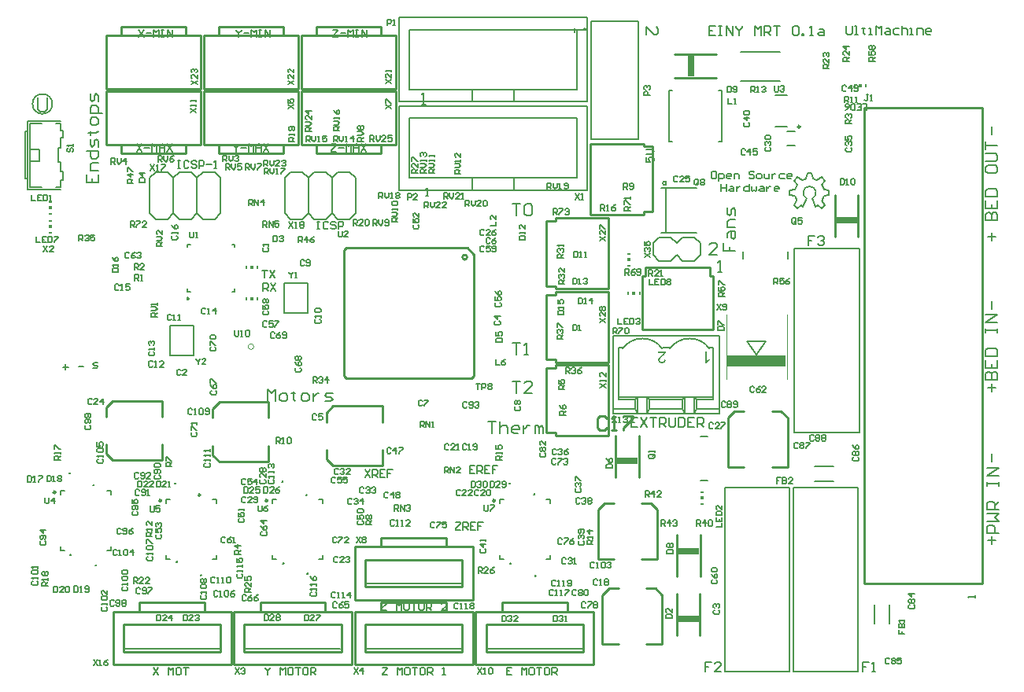
<source format=gto>
G04 Layer_Color=65535*
%FSLAX24Y24*%
%MOIN*%
G70*
G01*
G75*
%ADD10C,0.0080*%
%ADD59C,0.0070*%
%ADD69C,0.0100*%
%ADD119C,0.0050*%
%ADD120C,0.0039*%
%ADD121C,0.0098*%
%ADD122C,0.0000*%
%ADD123C,0.0060*%
%ADD124C,0.0079*%
%ADD125C,0.0040*%
%ADD126R,0.0295X0.0879*%
%ADD127R,0.0119X0.0120*%
%ADD128R,0.0060X0.0120*%
%ADD129R,0.0059X0.0120*%
%ADD130R,0.0879X0.0295*%
%ADD131R,0.0120X0.0119*%
%ADD132R,0.0120X0.0060*%
%ADD133R,0.0120X0.0059*%
%ADD134R,0.2450X0.0492*%
G36*
X37056Y23566D02*
Y23563D01*
Y23558D01*
X37056Y23553D01*
X37055Y23547D01*
X37054Y23540D01*
X37052Y23533D01*
X37050Y23525D01*
Y23524D01*
X37049Y23523D01*
X37047Y23519D01*
X37044Y23513D01*
X37040Y23504D01*
X37034Y23494D01*
X37027Y23483D01*
X37019Y23471D01*
X37009Y23459D01*
Y23458D01*
X37008Y23458D01*
X37004Y23453D01*
X36998Y23446D01*
X36989Y23437D01*
X36978Y23427D01*
X36964Y23414D01*
X36947Y23399D01*
X36929Y23384D01*
X36929Y23383D01*
X36926Y23381D01*
X36922Y23378D01*
X36916Y23372D01*
X36910Y23367D01*
X36902Y23360D01*
X36885Y23346D01*
X36867Y23328D01*
X36849Y23311D01*
X36840Y23303D01*
X36833Y23294D01*
X36826Y23286D01*
X36820Y23279D01*
Y23278D01*
X36818Y23277D01*
X36817Y23275D01*
X36815Y23272D01*
X36811Y23264D01*
X36805Y23254D01*
X36800Y23243D01*
X36796Y23231D01*
X36792Y23217D01*
X36791Y23204D01*
Y23204D01*
Y23203D01*
X36792Y23198D01*
X36792Y23192D01*
X36794Y23183D01*
X36798Y23173D01*
X36802Y23164D01*
X36808Y23153D01*
X36817Y23143D01*
X36819Y23142D01*
X36822Y23139D01*
X36828Y23136D01*
X36836Y23130D01*
X36845Y23126D01*
X36857Y23122D01*
X36870Y23119D01*
X36885Y23118D01*
X36890D01*
X36893Y23119D01*
X36901Y23120D01*
X36910Y23121D01*
X36922Y23125D01*
X36934Y23130D01*
X36945Y23136D01*
X36956Y23145D01*
X36957Y23147D01*
X36960Y23150D01*
X36964Y23156D01*
X36969Y23164D01*
X36974Y23175D01*
X36978Y23187D01*
X36981Y23201D01*
X36982Y23218D01*
X37045Y23211D01*
Y23210D01*
Y23208D01*
X37044Y23204D01*
X37043Y23200D01*
X37042Y23194D01*
X37041Y23187D01*
X37037Y23172D01*
X37031Y23155D01*
X37022Y23137D01*
X37011Y23120D01*
X37005Y23112D01*
X36997Y23105D01*
X36997Y23104D01*
X36995Y23103D01*
X36993Y23101D01*
X36990Y23099D01*
X36985Y23096D01*
X36980Y23093D01*
X36974Y23089D01*
X36967Y23086D01*
X36960Y23083D01*
X36951Y23079D01*
X36941Y23076D01*
X36932Y23074D01*
X36909Y23069D01*
X36897Y23068D01*
X36884Y23068D01*
X36877D01*
X36872Y23068D01*
X36866Y23069D01*
X36859Y23070D01*
X36851Y23071D01*
X36843Y23073D01*
X36825Y23077D01*
X36806Y23084D01*
X36796Y23089D01*
X36787Y23094D01*
X36779Y23101D01*
X36771Y23108D01*
X36770Y23108D01*
X36769Y23109D01*
X36767Y23111D01*
X36764Y23114D01*
X36761Y23119D01*
X36757Y23124D01*
X36749Y23135D01*
X36742Y23149D01*
X36735Y23166D01*
X36730Y23185D01*
X36729Y23195D01*
X36728Y23206D01*
Y23207D01*
Y23211D01*
X36729Y23217D01*
X36730Y23225D01*
X36731Y23234D01*
X36734Y23244D01*
X36737Y23254D01*
X36741Y23265D01*
X36742Y23266D01*
X36743Y23270D01*
X36746Y23275D01*
X36751Y23283D01*
X36756Y23292D01*
X36763Y23303D01*
X36772Y23313D01*
X36782Y23325D01*
X36783Y23327D01*
X36787Y23331D01*
X36794Y23338D01*
X36799Y23343D01*
X36804Y23348D01*
X36810Y23354D01*
X36817Y23361D01*
X36825Y23368D01*
X36833Y23376D01*
X36842Y23384D01*
X36853Y23393D01*
X36864Y23402D01*
X36876Y23413D01*
X36876Y23414D01*
X36878Y23415D01*
X36881Y23418D01*
X36885Y23421D01*
X36894Y23428D01*
X36905Y23438D01*
X36916Y23449D01*
X36929Y23459D01*
X36938Y23468D01*
X36942Y23472D01*
X36946Y23476D01*
X36947Y23477D01*
X36948Y23479D01*
X36951Y23482D01*
X36955Y23486D01*
X36963Y23496D01*
X36972Y23508D01*
X36727D01*
Y23567D01*
X37056D01*
Y23566D01*
D02*
G37*
G36*
X38785Y23178D02*
X38786Y23179D01*
X38789Y23182D01*
X38794Y23186D01*
X38801Y23191D01*
X38810Y23198D01*
X38819Y23204D01*
X38831Y23213D01*
X38844Y23220D01*
X38844D01*
X38845Y23221D01*
X38850Y23224D01*
X38856Y23228D01*
X38865Y23232D01*
X38875Y23238D01*
X38885Y23242D01*
X38897Y23247D01*
X38907Y23252D01*
Y23192D01*
X38906D01*
X38905Y23192D01*
X38902Y23190D01*
X38899Y23188D01*
X38894Y23186D01*
X38889Y23183D01*
X38877Y23176D01*
X38863Y23168D01*
X38848Y23158D01*
X38833Y23147D01*
X38819Y23135D01*
X38818Y23134D01*
X38817Y23133D01*
X38813Y23129D01*
X38806Y23122D01*
X38797Y23114D01*
X38788Y23103D01*
X38779Y23092D01*
X38771Y23080D01*
X38764Y23068D01*
X38724D01*
Y23567D01*
X38785D01*
Y23178D01*
D02*
G37*
D10*
X43260Y30050D02*
G03*
X43020Y30050I-120J245D01*
G01*
X42530Y30140D02*
G03*
X42610Y29960I596J157D01*
G01*
Y30620D02*
G03*
X42530Y30440I505J-332D01*
G01*
X42990Y30890D02*
G03*
X42820Y30820I142J-587D01*
G01*
X43460Y30820D02*
G03*
X43280Y30900I-346J-535D01*
G01*
X43760Y30440D02*
G03*
X43670Y30620I-561J-168D01*
G01*
Y29960D02*
G03*
X43750Y30160I-535J330D01*
G01*
X37077Y30699D02*
G03*
X37077Y30699I-79J0D01*
G01*
X42870Y29710D02*
X43020Y30050D01*
X42800Y29750D02*
X42870Y29710D01*
X42620Y29630D02*
X42800Y29750D01*
X42480Y29770D02*
X42620Y29630D01*
X42480Y29770D02*
X42600Y29950D01*
X42300Y30190D02*
X42520Y30150D01*
X42300Y30190D02*
Y30390D01*
X42530Y30430D01*
X42480Y30810D02*
X42610Y30620D01*
X42480Y30810D02*
X42620Y30950D01*
X42810Y30820D01*
X42990Y30890D02*
X43040Y31130D01*
X43230D01*
X43280Y30890D01*
X43460Y30820D02*
X43660Y30950D01*
X43800Y30810D01*
X43660Y30620D02*
X43800Y30810D01*
X43750Y30430D02*
X43970Y30390D01*
Y30190D02*
Y30390D01*
X43750Y30150D02*
X43970Y30190D01*
X43670Y29950D02*
X43800Y29770D01*
X43660Y29630D02*
X43800Y29770D01*
X43480Y29750D02*
X43660Y29630D01*
X43400Y29710D02*
X43480Y29750D01*
X43260Y30050D02*
X43400Y29710D01*
X37067Y28607D02*
X38368D01*
X36870D02*
X37067D01*
X36870Y30502D02*
X37067D01*
X38368D01*
X37067Y28607D02*
Y30502D01*
X40493Y23982D02*
X41287D01*
X40893Y23435D02*
X41287Y23982D01*
X40493D02*
X40893Y23435D01*
X38508Y27663D02*
Y28163D01*
X36758Y27413D02*
X37258D01*
X36508Y27663D02*
X36758Y27413D01*
X36508Y28163D02*
X36758Y28413D01*
X36508Y27663D02*
Y28163D01*
X37508Y27663D02*
X37758Y27413D01*
X38258D01*
X38508Y27663D01*
X38258Y28413D02*
X38508Y28163D01*
X37758Y28413D02*
X38258D01*
X37508Y28163D02*
X37758Y28413D01*
X37258Y27413D02*
X37508Y27663D01*
X37258Y28413D02*
X37508Y28163D01*
X36758Y28413D02*
X37258D01*
X42211Y27510D02*
Y27795D01*
X40316Y27510D02*
Y27795D01*
X38521Y18084D02*
X38806D01*
X38521Y19979D02*
X38806D01*
X29530Y20590D02*
X29863D01*
X29697D01*
Y20090D01*
X30030Y20590D02*
Y20090D01*
Y20340D01*
X30113Y20423D01*
X30280D01*
X30363Y20340D01*
Y20090D01*
X30780D02*
X30613D01*
X30530Y20173D01*
Y20340D01*
X30613Y20423D01*
X30780D01*
X30863Y20340D01*
Y20257D01*
X30530D01*
X31030Y20423D02*
Y20090D01*
Y20257D01*
X31113Y20340D01*
X31196Y20423D01*
X31279D01*
X31529Y20090D02*
Y20423D01*
X31613D01*
X31696Y20340D01*
Y20090D01*
Y20340D01*
X31779Y20423D01*
X31863Y20340D01*
Y20090D01*
X12520Y31073D02*
Y30740D01*
X13020D01*
Y31073D01*
X12770Y30740D02*
Y30907D01*
X13020Y31240D02*
X12687D01*
Y31490D01*
X12770Y31573D01*
X13020D01*
X12520Y32073D02*
X13020D01*
Y31823D01*
X12937Y31740D01*
X12770D01*
X12687Y31823D01*
Y32073D01*
X13020Y32240D02*
Y32489D01*
X12937Y32573D01*
X12853Y32489D01*
Y32323D01*
X12770Y32240D01*
X12687Y32323D01*
Y32573D01*
X12603Y32823D02*
X12687D01*
Y32739D01*
Y32906D01*
Y32823D01*
X12937D01*
X13020Y32906D01*
Y33239D02*
Y33406D01*
X12937Y33489D01*
X12770D01*
X12687Y33406D01*
Y33239D01*
X12770Y33156D01*
X12937D01*
X13020Y33239D01*
X13187Y33656D02*
X12687D01*
Y33906D01*
X12770Y33989D01*
X12937D01*
X13020Y33906D01*
Y33656D01*
Y34156D02*
Y34405D01*
X12937Y34489D01*
X12853Y34405D01*
Y34239D01*
X12770Y34156D01*
X12687Y34239D01*
Y34489D01*
X20190Y21450D02*
Y21950D01*
X20357Y21783D01*
X20523Y21950D01*
Y21450D01*
X20773D02*
X20940D01*
X21023Y21533D01*
Y21700D01*
X20940Y21783D01*
X20773D01*
X20690Y21700D01*
Y21533D01*
X20773Y21450D01*
X21273Y21867D02*
Y21783D01*
X21190D01*
X21356D01*
X21273D01*
Y21533D01*
X21356Y21450D01*
X21690D02*
X21856D01*
X21939Y21533D01*
Y21700D01*
X21856Y21783D01*
X21690D01*
X21606Y21700D01*
Y21533D01*
X21690Y21450D01*
X22106Y21783D02*
Y21450D01*
Y21617D01*
X22189Y21700D01*
X22273Y21783D01*
X22356D01*
X22606Y21450D02*
X22856D01*
X22939Y21533D01*
X22856Y21617D01*
X22689D01*
X22606Y21700D01*
X22689Y21783D01*
X22939D01*
X50850Y15410D02*
Y15743D01*
X50683Y15577D02*
X51017D01*
X50850Y18909D02*
Y19242D01*
X30571Y22311D02*
X30904D01*
X30737D01*
Y21811D01*
X31404D02*
X31071D01*
X31404Y22144D01*
Y22228D01*
X31321Y22311D01*
X31154D01*
X31071Y22228D01*
X30571Y23925D02*
X30904D01*
X30737D01*
Y23425D01*
X31071D02*
X31237D01*
X31154D01*
Y23925D01*
X31071Y23842D01*
X30571Y29831D02*
X30904D01*
X30737D01*
Y29331D01*
X31071Y29747D02*
X31154Y29831D01*
X31321D01*
X31404Y29747D01*
Y29414D01*
X31321Y29331D01*
X31154D01*
X31071Y29414D01*
Y29747D01*
X39167Y37370D02*
X38900D01*
Y36970D01*
X39167D01*
X38900Y37170D02*
X39033D01*
X39300Y37370D02*
X39433D01*
X39367D01*
Y36970D01*
X39300D01*
X39433D01*
X39633D02*
Y37370D01*
X39900Y36970D01*
Y37370D01*
X40033D02*
Y37303D01*
X40166Y37170D01*
X40300Y37303D01*
Y37370D01*
X40166Y37170D02*
Y36970D01*
X40833D02*
Y37370D01*
X40966Y37237D01*
X41099Y37370D01*
Y36970D01*
X41233D02*
Y37370D01*
X41433D01*
X41499Y37303D01*
Y37170D01*
X41433Y37103D01*
X41233D01*
X41366D02*
X41499Y36970D01*
X41632Y37370D02*
X41899D01*
X41766D01*
Y36970D01*
X42432Y37303D02*
X42499Y37370D01*
X42632D01*
X42699Y37303D01*
Y37037D01*
X42632Y36970D01*
X42499D01*
X42432Y37037D01*
Y37303D01*
X42832Y36970D02*
Y37037D01*
X42899D01*
Y36970D01*
X42832D01*
X43165D02*
X43299D01*
X43232D01*
Y37370D01*
X43165Y37303D01*
X43565Y37237D02*
X43698D01*
X43765Y37170D01*
Y36970D01*
X43565D01*
X43499Y37037D01*
X43565Y37103D01*
X43765D01*
X51140Y15880D02*
X50640D01*
Y16130D01*
X50723Y16213D01*
X50890D01*
X50973Y16130D01*
Y15880D01*
X50640Y16380D02*
X51140D01*
X50973Y16546D01*
X51140Y16713D01*
X50640D01*
X51140Y16880D02*
X50640D01*
Y17130D01*
X50723Y17213D01*
X50890D01*
X50973Y17130D01*
Y16880D01*
Y17046D02*
X51140Y17213D01*
X50640Y17879D02*
Y18046D01*
Y17963D01*
X51140D01*
Y17879D01*
Y18046D01*
Y18296D02*
X50640D01*
X51140Y18629D01*
X50640D01*
X50600Y22370D02*
X51100D01*
Y22620D01*
X51017Y22703D01*
X50933D01*
X50850Y22620D01*
Y22370D01*
Y22620D01*
X50767Y22703D01*
X50683D01*
X50600Y22620D01*
Y22370D01*
Y23203D02*
Y22870D01*
X51100D01*
Y23203D01*
X50850Y22870D02*
Y23036D01*
X50600Y23370D02*
X51100D01*
Y23620D01*
X51017Y23703D01*
X50683D01*
X50600Y23620D01*
Y23370D01*
Y24369D02*
Y24536D01*
Y24453D01*
X51100D01*
Y24369D01*
Y24536D01*
Y24786D02*
X50600D01*
X51100Y25119D01*
X50600D01*
X39231Y27677D02*
X38898D01*
X39231Y28010D01*
Y28094D01*
X39148Y28177D01*
X38981D01*
X38898Y28094D01*
X39500Y28163D02*
Y27830D01*
X39750D01*
Y27997D01*
Y27830D01*
X40000D01*
X39667Y28413D02*
Y28580D01*
X39750Y28663D01*
X40000D01*
Y28413D01*
X39917Y28330D01*
X39833Y28413D01*
Y28663D01*
X40000Y28830D02*
X39667D01*
Y29080D01*
X39750Y29163D01*
X40000D01*
Y29330D02*
Y29579D01*
X39917Y29663D01*
X39833Y29579D01*
Y29413D01*
X39750Y29330D01*
X39667Y29413D01*
Y29663D01*
X36233Y36997D02*
Y37330D01*
X36567Y36997D01*
X36650D01*
X36733Y37080D01*
Y37247D01*
X36650Y37330D01*
X33182Y37271D02*
Y37104D01*
Y37188D01*
X33682D01*
X33599Y37271D01*
X39270Y26920D02*
X39437D01*
X39353D01*
Y27420D01*
X39270Y27337D01*
X50850Y21860D02*
Y22193D01*
X50683Y22027D02*
X51017D01*
X50850Y25359D02*
Y25692D01*
Y28260D02*
Y28593D01*
X50683Y28427D02*
X51017D01*
X50850Y32759D02*
Y33092D01*
X50600Y29120D02*
X51100D01*
Y29370D01*
X51017Y29453D01*
X50933D01*
X50850Y29370D01*
Y29120D01*
Y29370D01*
X50767Y29453D01*
X50683D01*
X50600Y29370D01*
Y29120D01*
Y29953D02*
Y29620D01*
X51100D01*
Y29953D01*
X50850Y29620D02*
Y29786D01*
X50600Y30120D02*
X51100D01*
Y30370D01*
X51017Y30453D01*
X50683D01*
X50600Y30370D01*
Y30120D01*
Y31369D02*
Y31203D01*
X50683Y31119D01*
X51017D01*
X51100Y31203D01*
Y31369D01*
X51017Y31453D01*
X50683D01*
X50600Y31369D01*
Y31619D02*
X51017D01*
X51100Y31702D01*
Y31869D01*
X51017Y31952D01*
X50600D01*
Y32119D02*
Y32452D01*
Y32286D01*
X51100D01*
X26720Y34040D02*
X26887D01*
X26803D01*
Y34540D01*
X26720Y34457D01*
D59*
X45667Y10410D02*
X45400D01*
Y10210D01*
X45533D01*
X45400D01*
Y10010D01*
X45800D02*
X45933D01*
X45867D01*
Y10410D01*
X45800Y10343D01*
X38987Y10390D02*
X38720D01*
Y10190D01*
X38853D01*
X38720D01*
Y9990D01*
X39386D02*
X39120D01*
X39386Y10257D01*
Y10323D01*
X39320Y10390D01*
X39187D01*
X39120Y10323D01*
X43367Y28460D02*
X43100D01*
Y28260D01*
X43233D01*
X43100D01*
Y28060D01*
X43500Y28393D02*
X43567Y28460D01*
X43700D01*
X43766Y28393D01*
Y28327D01*
X43700Y28260D01*
X43633D01*
X43700D01*
X43766Y28193D01*
Y28127D01*
X43700Y28060D01*
X43567D01*
X43500Y28127D01*
X44700Y37370D02*
Y37070D01*
X44760Y37010D01*
X44880D01*
X44940Y37070D01*
Y37370D01*
X45060Y37010D02*
X45180D01*
X45120D01*
Y37370D01*
X45060D01*
X45420Y37310D02*
Y37250D01*
X45360D01*
X45480D01*
X45420D01*
Y37070D01*
X45480Y37010D01*
X45660D02*
X45780D01*
X45720D01*
Y37250D01*
X45660D01*
X45960Y37010D02*
Y37370D01*
X46080Y37250D01*
X46200Y37370D01*
Y37010D01*
X46379Y37250D02*
X46499D01*
X46559Y37190D01*
Y37010D01*
X46379D01*
X46319Y37070D01*
X46379Y37130D01*
X46559D01*
X46919Y37250D02*
X46739D01*
X46679Y37190D01*
Y37070D01*
X46739Y37010D01*
X46919D01*
X47039Y37370D02*
Y37010D01*
Y37190D01*
X47099Y37250D01*
X47219D01*
X47279Y37190D01*
Y37010D01*
X47399D02*
X47519D01*
X47459D01*
Y37250D01*
X47399D01*
X47699Y37010D02*
Y37250D01*
X47879D01*
X47939Y37190D01*
Y37010D01*
X48239D02*
X48119D01*
X48059Y37070D01*
Y37190D01*
X48119Y37250D01*
X48239D01*
X48299Y37190D01*
Y37130D01*
X48059D01*
X35867Y20780D02*
X35600D01*
Y20380D01*
X35867D01*
X35600Y20580D02*
X35733D01*
X36000Y20780D02*
X36266Y20380D01*
Y20780D02*
X36000Y20380D01*
X36400Y20780D02*
X36666D01*
X36533D01*
Y20380D01*
X36800D02*
Y20780D01*
X37000D01*
X37066Y20713D01*
Y20580D01*
X37000Y20513D01*
X36800D01*
X36933D02*
X37066Y20380D01*
X37199Y20780D02*
Y20447D01*
X37266Y20380D01*
X37399D01*
X37466Y20447D01*
Y20780D01*
X37599D02*
Y20380D01*
X37799D01*
X37866Y20447D01*
Y20713D01*
X37799Y20780D01*
X37599D01*
X38266D02*
X37999D01*
Y20380D01*
X38266D01*
X37999Y20580D02*
X38133D01*
X38399Y20380D02*
Y20780D01*
X38599D01*
X38666Y20713D01*
Y20580D01*
X38599Y20513D01*
X38399D01*
X38532D02*
X38666Y20380D01*
X26890Y30170D02*
X26997D01*
X26943D01*
Y30490D01*
X26890Y30437D01*
D69*
X28638Y27562D02*
G03*
X28638Y27562I-100J0D01*
G01*
X16274Y17960D02*
G03*
X16274Y17960I-14J0D01*
G01*
X17337Y17480D02*
G03*
X17337Y17480I-37J0D01*
G01*
X11800Y18400D02*
G03*
X11800Y18400I-20J0D01*
G01*
X12816Y17895D02*
G03*
X12816Y17895I-20J0D01*
G01*
X12920Y14500D02*
G03*
X12920Y14500I-20J0D01*
G01*
X11840Y14940D02*
G03*
X11840Y14940I-20J0D01*
G01*
X16343Y14645D02*
G03*
X16343Y14645I-20J0D01*
G01*
X17366Y14075D02*
G03*
X17366Y14075I-20J0D01*
G01*
X20860Y14590D02*
G03*
X20860Y14590I-20J0D01*
G01*
X21880Y14140D02*
G03*
X21880Y14140I-20J0D01*
G01*
X30470Y14560D02*
G03*
X30470Y14560I-20J0D01*
G01*
X31536Y14055D02*
G03*
X31536Y14055I-20J0D01*
G01*
X31490Y17520D02*
G03*
X31490Y17520I-20J0D01*
G01*
X30440Y17970D02*
G03*
X30440Y17970I-20J0D01*
G01*
X21836Y17475D02*
G03*
X21836Y17475I-20J0D01*
G01*
X20823Y18045D02*
G03*
X20823Y18045I-20J0D01*
G01*
X13642Y12542D02*
X14762D01*
Y12917D01*
X17517Y12542D02*
X18642D01*
Y10287D02*
Y12542D01*
X13642Y10287D02*
X18642D01*
X13642D02*
Y12542D01*
X18193Y10837D02*
Y11988D01*
X14082Y10837D02*
X18193D01*
X14082D02*
Y11988D01*
X18193D01*
X14754Y12540D02*
X17509D01*
X14762Y12917D02*
X17517D01*
Y12542D02*
Y12917D01*
X45470Y13745D02*
Y33895D01*
X50470D01*
Y13745D02*
Y33895D01*
X45470Y13745D02*
X50470D01*
X37414Y35158D02*
X39190D01*
X37414Y36150D02*
X39190D01*
X32379Y19996D02*
Y20116D01*
X32004D02*
X32379D01*
X32004D02*
Y22871D01*
X32379D01*
Y22996D01*
X34634D01*
Y19996D02*
Y22996D01*
X32379Y19996D02*
X34634D01*
X16734Y32340D02*
X17354D01*
X16734Y31965D02*
Y32340D01*
X13979Y31965D02*
X16734D01*
X13979D02*
Y32340D01*
X13354D02*
X13979D01*
X13354D02*
Y34595D01*
X17354D01*
Y32340D02*
Y34595D01*
X13979Y32340D02*
X16734D01*
X22247D02*
X25002D01*
X25622D02*
Y34595D01*
X21622D02*
X25622D01*
X21622Y32340D02*
Y34595D01*
Y32340D02*
X22247D01*
Y31965D02*
Y32340D01*
Y31965D02*
X25002D01*
Y32340D01*
X25622D01*
X20868D02*
X21488D01*
X20868Y31965D02*
Y32340D01*
X18113Y31965D02*
X20868D01*
X18113D02*
Y32340D01*
X17488D02*
X18113D01*
X17488D02*
Y34595D01*
X21488D01*
Y32340D02*
Y34595D01*
X18113Y32340D02*
X20868D01*
X18760Y12542D02*
X19880D01*
Y12917D01*
X22635Y12542D02*
X23760D01*
Y10287D02*
Y12542D01*
X18760Y10287D02*
X23760D01*
X18760D02*
Y12542D01*
X23311Y10837D02*
Y11988D01*
X19200Y10837D02*
X23311D01*
X19200D02*
Y11988D01*
X23311D01*
X19872Y12540D02*
X22627D01*
X19880Y12917D02*
X22635D01*
Y12542D02*
Y12917D01*
X37527Y14018D02*
Y15794D01*
X38519Y14018D02*
Y15794D01*
X38500Y11536D02*
Y13312D01*
X37508Y11536D02*
Y13312D01*
X45202Y28434D02*
Y30210D01*
X44210Y28434D02*
Y30210D01*
X35922Y18234D02*
Y20010D01*
X34930Y18234D02*
Y20010D01*
X36059Y26755D02*
X36179D01*
Y27130D01*
X38934D01*
Y26755D02*
Y27130D01*
Y26755D02*
X39059D01*
Y24500D02*
Y26755D01*
X36059Y24500D02*
X39059D01*
X36059D02*
Y26755D01*
X36115Y32250D02*
Y32370D01*
Y32250D02*
X36490D01*
Y29495D02*
Y32250D01*
X36115Y29495D02*
X36490D01*
X36115Y29370D02*
Y29495D01*
X33860Y29370D02*
X36115D01*
X33860D02*
Y32370D01*
X36115D01*
X32379Y23106D02*
Y23226D01*
X32004D02*
X32379D01*
X32004D02*
Y25981D01*
X32379D01*
Y26106D01*
X34634D01*
Y23106D02*
Y26106D01*
X32379Y23106D02*
X34634D01*
X32379Y26217D02*
Y26337D01*
X32004D02*
X32379D01*
X32004D02*
Y29092D01*
X32379D01*
Y29217D01*
X34634D01*
Y26217D02*
Y29217D01*
X32379Y26217D02*
X34634D01*
X13974Y36952D02*
X16729D01*
X13354Y34697D02*
Y36952D01*
Y34697D02*
X17354D01*
Y36952D01*
X16729D02*
X17354D01*
X16729D02*
Y37327D01*
X13974D02*
X16729D01*
X13974Y36952D02*
Y37327D01*
X13354Y36952D02*
X13974D01*
X17488D02*
X18108D01*
Y37327D01*
X20863D01*
Y36952D02*
Y37327D01*
Y36952D02*
X21488D01*
Y34697D02*
Y36952D01*
X17488Y34697D02*
X21488D01*
X17488D02*
Y36952D01*
X18108D02*
X20863D01*
X22242D02*
X24997D01*
X21622Y34697D02*
Y36952D01*
Y34697D02*
X25622D01*
Y36952D01*
X24997D02*
X25622D01*
X24997D02*
Y37327D01*
X22242D02*
X24997D01*
X22242Y36952D02*
Y37327D01*
X21622Y36952D02*
X22242D01*
X28638Y27956D02*
X28928Y27661D01*
Y22540D02*
Y27661D01*
X28828Y22440D02*
X28928Y22540D01*
X23510Y22440D02*
X28828D01*
X23412Y22540D02*
X23510Y22440D01*
X23412Y22540D02*
Y27857D01*
X23510Y27956D01*
X28638D01*
X13349Y21194D02*
X13624Y21470D01*
Y21470D02*
X15711D01*
X13349Y20801D02*
Y21194D01*
X13624Y18950D02*
X15711D01*
X13349Y19226D02*
X13624Y18950D01*
X13349Y19226D02*
Y19619D01*
X15711Y18950D02*
Y19619D01*
Y20801D02*
Y21470D01*
X22689Y20974D02*
X22964Y21250D01*
Y21250D02*
X25051D01*
X22689Y20581D02*
Y20974D01*
X22964Y18730D02*
X25051D01*
X22689Y19006D02*
X22964Y18730D01*
X22689Y19006D02*
Y19399D01*
X25051Y18730D02*
Y19399D01*
Y20581D02*
Y21250D01*
X23878Y12542D02*
X24998D01*
Y12917D01*
X27753Y12542D02*
X28878D01*
Y10287D02*
Y12542D01*
X23878Y10287D02*
X28878D01*
X23878D02*
Y12542D01*
X28429Y10837D02*
Y11988D01*
X24318Y10837D02*
X28429D01*
X24318D02*
Y11988D01*
X28429D01*
X24991Y12540D02*
X27746D01*
X24998Y12917D02*
X27753D01*
Y12542D02*
Y12917D01*
X23878Y15298D02*
X24998D01*
Y15673D01*
X27753Y15298D02*
X28878D01*
Y13043D02*
Y15298D01*
X23878Y13043D02*
X28878D01*
X23878D02*
Y15298D01*
X28429Y13593D02*
Y14744D01*
X24318Y13593D02*
X28429D01*
X24318D02*
Y14744D01*
X28429D01*
X24991Y15295D02*
X27746D01*
X24998Y15673D02*
X27753D01*
Y15298D02*
Y15673D01*
X17869Y21144D02*
X18144Y21420D01*
Y21420D02*
X20231D01*
X17869Y20751D02*
Y21144D01*
X18144Y18900D02*
X20231D01*
X17869Y19176D02*
X18144Y18900D01*
X17869Y19176D02*
Y19569D01*
X20231Y18900D02*
Y19569D01*
Y20751D02*
Y21420D01*
X29000Y12546D02*
X30120D01*
Y12921D01*
X32875Y12546D02*
X34000D01*
Y10291D02*
Y12546D01*
X29000Y10291D02*
X34000D01*
X29000D02*
Y12546D01*
X33551Y10841D02*
Y11992D01*
X29440Y10841D02*
X33551D01*
X29440D02*
Y11992D01*
X33551D01*
X30113Y12544D02*
X32868D01*
X30120Y12921D02*
X32875D01*
Y12546D02*
Y12921D01*
X36614Y13521D02*
X36890Y13246D01*
X36890Y11159D02*
Y13246D01*
X36221Y13521D02*
X36614D01*
X34370Y11159D02*
Y13246D01*
X34370D02*
X34646Y13521D01*
X35039D01*
X34370Y11159D02*
X35039D01*
X36221D02*
X36890D01*
X36424Y17141D02*
X36700Y16866D01*
X36700Y14779D02*
Y16866D01*
X36031Y17141D02*
X36424D01*
X34180Y14779D02*
Y16866D01*
X34180D02*
X34456Y17141D01*
X34849D01*
X34180Y14779D02*
X34849D01*
X36031D02*
X36700D01*
X41934Y21041D02*
X42210Y20766D01*
X42210Y18679D02*
Y20766D01*
X41541Y21041D02*
X41934D01*
X39690Y18679D02*
Y20766D01*
X39690D02*
X39966Y21041D01*
X40359D01*
X39690Y18679D02*
X40359D01*
X41541D02*
X42210D01*
X34550Y20730D02*
X34450Y20830D01*
X34250D01*
X34150Y20730D01*
Y20330D01*
X34250Y20230D01*
X34450D01*
X34550Y20330D01*
X34750Y20230D02*
X34950D01*
X34850D01*
Y20830D01*
X34750Y20730D01*
X35250Y20830D02*
X35650D01*
Y20730D01*
X35250Y20330D01*
Y20230D01*
D119*
X11070Y34060D02*
G03*
X11070Y34060I-420J0D01*
G01*
X20901Y25190D02*
Y26450D01*
Y25190D02*
X21894D01*
Y26450D01*
X20901D02*
X21894D01*
X17040Y23411D02*
Y24671D01*
X16047D02*
X17040D01*
X16047Y23411D02*
Y24671D01*
Y23411D02*
X17040D01*
X16800Y28100D02*
X16918D01*
X18682D02*
X18800D01*
Y27982D02*
Y28100D01*
Y26100D02*
Y26218D01*
X16800Y26100D02*
X16918D01*
X18682D02*
X18800D01*
X16800Y27982D02*
Y28100D01*
Y26100D02*
Y26218D01*
X42445Y10000D02*
Y17800D01*
Y10000D02*
X45195D01*
Y17800D01*
X42445D02*
X45195D01*
X39545Y17804D02*
X42295D01*
Y10004D02*
Y17804D01*
X39545Y10004D02*
X42295D01*
X39545D02*
Y17804D01*
X45245Y20130D02*
Y27930D01*
X42495D02*
X45245D01*
X42495Y20130D02*
Y27930D01*
Y20130D02*
X45245D01*
X36533Y19214D02*
X36366D01*
X36325Y19173D01*
Y19089D01*
X36366Y19048D01*
X36533D01*
X36575Y19089D01*
Y19173D01*
X36491Y19131D02*
X36575Y19214D01*
Y19173D02*
X36533Y19214D01*
X36575Y19297D02*
Y19381D01*
Y19339D01*
X36325D01*
X36366Y19297D01*
X15432Y18317D02*
X15390Y18275D01*
Y18192D01*
X15432Y18150D01*
X15598D01*
X15640Y18192D01*
Y18275D01*
X15598Y18317D01*
Y18400D02*
X15640Y18442D01*
Y18525D01*
X15598Y18567D01*
X15432D01*
X15390Y18525D01*
Y18442D01*
X15432Y18400D01*
X15473D01*
X15515Y18442D01*
Y18567D01*
X15432Y18650D02*
X15390Y18691D01*
Y18775D01*
X15432Y18816D01*
X15598D01*
X15640Y18775D01*
Y18691D01*
X15598Y18650D01*
X15432D01*
X14757Y17678D02*
X14715Y17720D01*
X14632D01*
X14590Y17678D01*
Y17512D01*
X14632Y17470D01*
X14715D01*
X14757Y17512D01*
X14840D02*
X14882Y17470D01*
X14965D01*
X15007Y17512D01*
Y17678D01*
X14965Y17720D01*
X14882D01*
X14840Y17678D01*
Y17637D01*
X14882Y17595D01*
X15007D01*
X15090Y17470D02*
X15173D01*
X15131D01*
Y17720D01*
X15090Y17678D01*
X14727Y18388D02*
X14685Y18430D01*
X14602D01*
X14560Y18388D01*
Y18222D01*
X14602Y18180D01*
X14685D01*
X14727Y18222D01*
X14810D02*
X14852Y18180D01*
X14935D01*
X14977Y18222D01*
Y18388D01*
X14935Y18430D01*
X14852D01*
X14810Y18388D01*
Y18347D01*
X14852Y18305D01*
X14977D01*
X15226Y18180D02*
X15060D01*
X15226Y18347D01*
Y18388D01*
X15185Y18430D01*
X15101D01*
X15060Y18388D01*
X28637Y21388D02*
X28595Y21430D01*
X28512D01*
X28470Y21388D01*
Y21222D01*
X28512Y21180D01*
X28595D01*
X28637Y21222D01*
X28720D02*
X28762Y21180D01*
X28845D01*
X28887Y21222D01*
Y21388D01*
X28845Y21430D01*
X28762D01*
X28720Y21388D01*
Y21347D01*
X28762Y21305D01*
X28887D01*
X28970Y21388D02*
X29011Y21430D01*
X29095D01*
X29136Y21388D01*
Y21347D01*
X29095Y21305D01*
X29053D01*
X29095D01*
X29136Y21263D01*
Y21222D01*
X29095Y21180D01*
X29011D01*
X28970Y21222D01*
X10592Y15527D02*
X10550Y15485D01*
Y15402D01*
X10592Y15360D01*
X10758D01*
X10800Y15402D01*
Y15485D01*
X10758Y15527D01*
Y15610D02*
X10800Y15652D01*
Y15735D01*
X10758Y15777D01*
X10592D01*
X10550Y15735D01*
Y15652D01*
X10592Y15610D01*
X10633D01*
X10675Y15652D01*
Y15777D01*
X10800Y15985D02*
X10550D01*
X10675Y15860D01*
Y16026D01*
X14492Y16787D02*
X14450Y16745D01*
Y16662D01*
X14492Y16620D01*
X14658D01*
X14700Y16662D01*
Y16745D01*
X14658Y16787D01*
Y16870D02*
X14700Y16912D01*
Y16995D01*
X14658Y17037D01*
X14492D01*
X14450Y16995D01*
Y16912D01*
X14492Y16870D01*
X14533D01*
X14575Y16912D01*
Y17037D01*
X14450Y17286D02*
Y17120D01*
X14575D01*
X14533Y17203D01*
Y17245D01*
X14575Y17286D01*
X14658D01*
X14700Y17245D01*
Y17161D01*
X14658Y17120D01*
X13977Y16038D02*
X13935Y16080D01*
X13852D01*
X13810Y16038D01*
Y15872D01*
X13852Y15830D01*
X13935D01*
X13977Y15872D01*
X14060D02*
X14102Y15830D01*
X14185D01*
X14227Y15872D01*
Y16038D01*
X14185Y16080D01*
X14102D01*
X14060Y16038D01*
Y15997D01*
X14102Y15955D01*
X14227D01*
X14476Y16080D02*
X14393Y16038D01*
X14310Y15955D01*
Y15872D01*
X14351Y15830D01*
X14435D01*
X14476Y15872D01*
Y15913D01*
X14435Y15955D01*
X14310D01*
X14797Y13508D02*
X14755Y13550D01*
X14672D01*
X14630Y13508D01*
Y13342D01*
X14672Y13300D01*
X14755D01*
X14797Y13342D01*
X14880D02*
X14922Y13300D01*
X15005D01*
X15047Y13342D01*
Y13508D01*
X15005Y13550D01*
X14922D01*
X14880Y13508D01*
Y13467D01*
X14922Y13425D01*
X15047D01*
X15130Y13550D02*
X15296D01*
Y13508D01*
X15130Y13342D01*
Y13300D01*
X13687Y12988D02*
X13645Y13030D01*
X13562D01*
X13520Y12988D01*
Y12822D01*
X13562Y12780D01*
X13645D01*
X13687Y12822D01*
X13770D02*
X13812Y12780D01*
X13895D01*
X13937Y12822D01*
Y12988D01*
X13895Y13030D01*
X13812D01*
X13770Y12988D01*
Y12947D01*
X13812Y12905D01*
X13937D01*
X14020Y12988D02*
X14061Y13030D01*
X14145D01*
X14186Y12988D01*
Y12947D01*
X14145Y12905D01*
X14186Y12863D01*
Y12822D01*
X14145Y12780D01*
X14061D01*
X14020Y12822D01*
Y12863D01*
X14061Y12905D01*
X14020Y12947D01*
Y12988D01*
X14061Y12905D02*
X14145D01*
X12492Y20437D02*
X12450Y20395D01*
Y20312D01*
X12492Y20270D01*
X12658D01*
X12700Y20312D01*
Y20395D01*
X12658Y20437D01*
Y20520D02*
X12700Y20562D01*
Y20645D01*
X12658Y20687D01*
X12492D01*
X12450Y20645D01*
Y20562D01*
X12492Y20520D01*
X12533D01*
X12575Y20562D01*
Y20687D01*
X12658Y20770D02*
X12700Y20811D01*
Y20895D01*
X12658Y20936D01*
X12492D01*
X12450Y20895D01*
Y20811D01*
X12492Y20770D01*
X12533D01*
X12575Y20811D01*
Y20936D01*
X14052Y13587D02*
X14010Y13545D01*
Y13462D01*
X14052Y13420D01*
X14218D01*
X14260Y13462D01*
Y13545D01*
X14218Y13587D01*
X14260Y13670D02*
Y13753D01*
Y13712D01*
X14010D01*
X14052Y13670D01*
Y13878D02*
X14010Y13920D01*
Y14003D01*
X14052Y14045D01*
X14218D01*
X14260Y14003D01*
Y13920D01*
X14218Y13878D01*
X14052D01*
Y14128D02*
X14010Y14170D01*
Y14253D01*
X14052Y14295D01*
X14218D01*
X14260Y14253D01*
Y14170D01*
X14218Y14128D01*
X14052D01*
X10242Y13837D02*
X10200Y13795D01*
Y13712D01*
X10242Y13670D01*
X10408D01*
X10450Y13712D01*
Y13795D01*
X10408Y13837D01*
X10450Y13920D02*
Y14003D01*
Y13962D01*
X10200D01*
X10242Y13920D01*
Y14128D02*
X10200Y14170D01*
Y14253D01*
X10242Y14295D01*
X10408D01*
X10450Y14253D01*
Y14170D01*
X10408Y14128D01*
X10242D01*
X10450Y14378D02*
Y14461D01*
Y14420D01*
X10200D01*
X10242Y14378D01*
X13182Y12737D02*
X13140Y12695D01*
Y12612D01*
X13182Y12570D01*
X13348D01*
X13390Y12612D01*
Y12695D01*
X13348Y12737D01*
X13390Y12820D02*
Y12903D01*
Y12862D01*
X13140D01*
X13182Y12820D01*
Y13028D02*
X13140Y13070D01*
Y13153D01*
X13182Y13195D01*
X13348D01*
X13390Y13153D01*
Y13070D01*
X13348Y13028D01*
X13182D01*
X13390Y13445D02*
Y13278D01*
X13223Y13445D01*
X13182D01*
X13140Y13403D01*
Y13320D01*
X13182Y13278D01*
X12747Y21528D02*
X12705Y21570D01*
X12622D01*
X12580Y21528D01*
Y21362D01*
X12622Y21320D01*
X12705D01*
X12747Y21362D01*
X12997Y21320D02*
X12830D01*
X12997Y21487D01*
Y21528D01*
X12955Y21570D01*
X12872D01*
X12830Y21528D01*
X13205Y21320D02*
Y21570D01*
X13080Y21445D01*
X13246D01*
X13807Y15138D02*
X13765Y15180D01*
X13682D01*
X13640Y15138D01*
Y14972D01*
X13682Y14930D01*
X13765D01*
X13807Y14972D01*
X13890Y14930D02*
X13973D01*
X13932D01*
Y15180D01*
X13890Y15138D01*
X14098D02*
X14140Y15180D01*
X14223D01*
X14265Y15138D01*
Y14972D01*
X14223Y14930D01*
X14140D01*
X14098Y14972D01*
Y15138D01*
X14473Y14930D02*
Y15180D01*
X14348Y15055D01*
X14515D01*
X13012Y19007D02*
X12970Y18965D01*
Y18882D01*
X13012Y18840D01*
X13178D01*
X13220Y18882D01*
Y18965D01*
X13178Y19007D01*
X13220Y19090D02*
Y19173D01*
Y19132D01*
X12970D01*
X13012Y19090D01*
Y19298D02*
X12970Y19340D01*
Y19423D01*
X13012Y19465D01*
X13178D01*
X13220Y19423D01*
Y19340D01*
X13178Y19298D01*
X13012D01*
X12970Y19715D02*
Y19548D01*
X13095D01*
X13053Y19631D01*
Y19673D01*
X13095Y19715D01*
X13178D01*
X13220Y19673D01*
Y19590D01*
X13178Y19548D01*
X29840Y23240D02*
Y22990D01*
X30007D01*
X30257Y23240D02*
X30173Y23198D01*
X30090Y23115D01*
Y23032D01*
X30132Y22990D01*
X30215D01*
X30257Y23032D01*
Y23073D01*
X30215Y23115D01*
X30090D01*
X15290Y15730D02*
X15040D01*
Y15855D01*
X15082Y15897D01*
X15165D01*
X15207Y15855D01*
Y15730D01*
Y15813D02*
X15290Y15897D01*
Y15980D02*
Y16063D01*
Y16022D01*
X15040D01*
X15082Y15980D01*
X15290Y16355D02*
Y16188D01*
X15123Y16355D01*
X15082D01*
X15040Y16313D01*
Y16230D01*
X15082Y16188D01*
X11410Y18980D02*
X11160D01*
Y19105D01*
X11202Y19147D01*
X11285D01*
X11327Y19105D01*
Y18980D01*
Y19063D02*
X11410Y19147D01*
Y19230D02*
Y19313D01*
Y19272D01*
X11160D01*
X11202Y19230D01*
X11160Y19438D02*
Y19605D01*
X11202D01*
X11368Y19438D01*
X11410D01*
X10880Y13620D02*
X10630D01*
Y13745D01*
X10672Y13787D01*
X10755D01*
X10797Y13745D01*
Y13620D01*
Y13703D02*
X10880Y13787D01*
Y13870D02*
Y13953D01*
Y13912D01*
X10630D01*
X10672Y13870D01*
Y14078D02*
X10630Y14120D01*
Y14203D01*
X10672Y14245D01*
X10713D01*
X10755Y14203D01*
X10797Y14245D01*
X10838D01*
X10880Y14203D01*
Y14120D01*
X10838Y14078D01*
X10797D01*
X10755Y14120D01*
X10713Y14078D01*
X10672D01*
X10755Y14120D02*
Y14203D01*
X10770Y17370D02*
Y17162D01*
X10812Y17120D01*
X10895D01*
X10937Y17162D01*
Y17370D01*
X11145Y17120D02*
Y17370D01*
X11020Y17245D01*
X11187D01*
X12810Y10510D02*
X12977Y10260D01*
Y10510D02*
X12810Y10260D01*
X13060D02*
X13143D01*
X13102D01*
Y10510D01*
X13060Y10468D01*
X13435Y10510D02*
X13351Y10468D01*
X13268Y10385D01*
Y10302D01*
X13310Y10260D01*
X13393D01*
X13435Y10302D01*
Y10343D01*
X13393Y10385D01*
X13268D01*
X40650Y34550D02*
Y34800D01*
X40775D01*
X40817Y34758D01*
Y34675D01*
X40775Y34633D01*
X40650D01*
X40733D02*
X40817Y34550D01*
X40900D02*
X40983D01*
X40942D01*
Y34800D01*
X40900Y34758D01*
X41108D02*
X41150Y34800D01*
X41233D01*
X41275Y34758D01*
Y34717D01*
X41233Y34675D01*
X41191D01*
X41233D01*
X41275Y34633D01*
Y34592D01*
X41233Y34550D01*
X41150D01*
X41108Y34592D01*
X13610Y26930D02*
X13860D01*
Y27055D01*
X13818Y27097D01*
X13652D01*
X13610Y27055D01*
Y26930D01*
X13860Y27180D02*
Y27263D01*
Y27222D01*
X13610D01*
X13652Y27180D01*
X13610Y27555D02*
X13652Y27471D01*
X13735Y27388D01*
X13818D01*
X13860Y27430D01*
Y27513D01*
X13818Y27555D01*
X13777D01*
X13735Y27513D01*
Y27388D01*
X11742Y32187D02*
X11700Y32145D01*
Y32062D01*
X11742Y32020D01*
X11783D01*
X11825Y32062D01*
Y32145D01*
X11867Y32187D01*
X11908D01*
X11950Y32145D01*
Y32062D01*
X11908Y32020D01*
X11950Y32270D02*
Y32353D01*
Y32312D01*
X11700D01*
X11742Y32270D01*
X10698Y28037D02*
X10865Y27787D01*
Y28037D02*
X10698Y27787D01*
X11115D02*
X10948D01*
X11115Y27953D01*
Y27995D01*
X11073Y28037D01*
X10990D01*
X10948Y27995D01*
X23180Y28670D02*
Y28462D01*
X23222Y28420D01*
X23305D01*
X23347Y28462D01*
Y28670D01*
X23597Y28420D02*
X23430D01*
X23597Y28587D01*
Y28628D01*
X23555Y28670D01*
X23472D01*
X23430Y28628D01*
X21100Y29060D02*
X21267Y28810D01*
Y29060D02*
X21100Y28810D01*
X21350D02*
X21433D01*
X21392D01*
Y29060D01*
X21350Y29018D01*
X21558D02*
X21600Y29060D01*
X21683D01*
X21725Y29018D01*
Y28977D01*
X21683Y28935D01*
X21725Y28893D01*
Y28852D01*
X21683Y28810D01*
X21600D01*
X21558Y28852D01*
Y28893D01*
X21600Y28935D01*
X21558Y28977D01*
Y29018D01*
X21600Y28935D02*
X21683D01*
X10394Y28439D02*
Y28189D01*
X10560D01*
X10810Y28439D02*
X10644D01*
Y28189D01*
X10810D01*
X10644Y28314D02*
X10727D01*
X10894Y28439D02*
Y28189D01*
X11019D01*
X11060Y28231D01*
Y28397D01*
X11019Y28439D01*
X10894D01*
X11143D02*
X11310D01*
Y28397D01*
X11143Y28231D01*
Y28189D01*
X29607Y28348D02*
X29565Y28390D01*
X29482D01*
X29440Y28348D01*
Y28182D01*
X29482Y28140D01*
X29565D01*
X29607Y28182D01*
X29857Y28390D02*
X29773Y28348D01*
X29690Y28265D01*
Y28182D01*
X29732Y28140D01*
X29815D01*
X29857Y28182D01*
Y28223D01*
X29815Y28265D01*
X29690D01*
X21741Y27413D02*
X21700Y27455D01*
X21616D01*
X21575Y27413D01*
Y27246D01*
X21616Y27205D01*
X21700D01*
X21741Y27246D01*
X21825D02*
X21866Y27205D01*
X21950D01*
X21991Y27246D01*
Y27413D01*
X21950Y27455D01*
X21866D01*
X21825Y27413D01*
Y27371D01*
X21866Y27330D01*
X21991D01*
X30682Y21237D02*
X30640Y21195D01*
Y21112D01*
X30682Y21070D01*
X30848D01*
X30890Y21112D01*
Y21195D01*
X30848Y21237D01*
X30682Y21320D02*
X30640Y21362D01*
Y21445D01*
X30682Y21487D01*
X30723D01*
X30765Y21445D01*
X30807Y21487D01*
X30848D01*
X30890Y21445D01*
Y21362D01*
X30848Y21320D01*
X30807D01*
X30765Y21362D01*
X30723Y21320D01*
X30682D01*
X30765Y21362D02*
Y21445D01*
X26741Y21460D02*
X26700Y21501D01*
X26616D01*
X26575Y21460D01*
Y21293D01*
X26616Y21251D01*
X26700D01*
X26741Y21293D01*
X26825Y21501D02*
X26991D01*
Y21460D01*
X26825Y21293D01*
Y21251D01*
X20028Y27962D02*
X19986Y27920D01*
Y27837D01*
X20028Y27795D01*
X20195D01*
X20236Y27837D01*
Y27920D01*
X20195Y27962D01*
X20236Y28045D02*
Y28128D01*
Y28087D01*
X19986D01*
X20028Y28045D01*
X16111Y25090D02*
X16070Y25132D01*
X15987D01*
X15945Y25090D01*
Y24924D01*
X15987Y24882D01*
X16070D01*
X16111Y24924D01*
X16195Y24882D02*
X16278D01*
X16236D01*
Y25132D01*
X16195Y25090D01*
X16403Y24882D02*
X16486D01*
X16445D01*
Y25132D01*
X16403Y25090D01*
X13887Y26378D02*
X13845Y26420D01*
X13762D01*
X13720Y26378D01*
Y26212D01*
X13762Y26170D01*
X13845D01*
X13887Y26212D01*
X13970Y26170D02*
X14053D01*
X14012D01*
Y26420D01*
X13970Y26378D01*
X14345Y26420D02*
X14178D01*
Y26295D01*
X14261Y26337D01*
X14303D01*
X14345Y26295D01*
Y26212D01*
X14303Y26170D01*
X14220D01*
X14178Y26212D01*
X10197Y30211D02*
Y29961D01*
X10363D01*
X10613Y30211D02*
X10447D01*
Y29961D01*
X10613D01*
X10447Y30086D02*
X10530D01*
X10697Y30211D02*
Y29961D01*
X10822D01*
X10863Y30002D01*
Y30169D01*
X10822Y30211D01*
X10697D01*
X10947Y29961D02*
X11030D01*
X10988D01*
Y30211D01*
X10947Y30169D01*
X22233Y24930D02*
X22191Y24889D01*
Y24805D01*
X22233Y24764D01*
X22399D01*
X22441Y24805D01*
Y24889D01*
X22399Y24930D01*
X22441Y25014D02*
Y25097D01*
Y25055D01*
X22191D01*
X22233Y25014D01*
Y25222D02*
X22191Y25264D01*
Y25347D01*
X22233Y25389D01*
X22399D01*
X22441Y25347D01*
Y25264D01*
X22399Y25222D01*
X22233D01*
X16170Y28474D02*
X16128Y28432D01*
Y28349D01*
X16170Y28307D01*
X16336D01*
X16378Y28349D01*
Y28432D01*
X16336Y28474D01*
X16378Y28557D02*
Y28640D01*
Y28599D01*
X16128D01*
X16170Y28557D01*
X16128Y28932D02*
X16170Y28849D01*
X16253Y28765D01*
X16336D01*
X16378Y28807D01*
Y28890D01*
X16336Y28932D01*
X16295D01*
X16253Y28890D01*
Y28765D01*
X16890Y28636D02*
Y28427D01*
X16931Y28386D01*
X17015D01*
X17056Y28427D01*
Y28636D01*
X17140Y28386D02*
X17223D01*
X17181D01*
Y28636D01*
X17140Y28594D01*
X15235Y31486D02*
X15402Y31236D01*
Y31486D02*
X15235Y31236D01*
X15485D02*
X15568D01*
X15527D01*
Y31486D01*
X15485Y31444D01*
X15693Y31486D02*
X15860D01*
Y31444D01*
X15693Y31277D01*
Y31236D01*
X15512Y25039D02*
X15262D01*
Y25164D01*
X15304Y25206D01*
X15387D01*
X15429Y25164D01*
Y25039D01*
Y25123D02*
X15512Y25206D01*
X15262Y25289D02*
X15429D01*
X15512Y25373D01*
X15429Y25456D01*
X15262D01*
X15512Y25539D02*
Y25623D01*
Y25581D01*
X15262D01*
X15304Y25539D01*
X15730Y28020D02*
X15480D01*
Y28145D01*
X15522Y28187D01*
X15605D01*
X15647Y28145D01*
Y28020D01*
Y28103D02*
X15730Y28187D01*
X15480Y28270D02*
X15647D01*
X15730Y28353D01*
X15647Y28437D01*
X15480D01*
X15730Y28686D02*
Y28520D01*
X15563Y28686D01*
X15522D01*
X15480Y28645D01*
Y28561D01*
X15522Y28520D01*
X20000Y28840D02*
Y29090D01*
X20125D01*
X20167Y29048D01*
Y28965D01*
X20125Y28923D01*
X20000D01*
X20083D02*
X20167Y28840D01*
X20250D02*
Y29090D01*
X20417Y28840D01*
Y29090D01*
X20666D02*
X20500D01*
Y28965D01*
X20583Y29007D01*
X20625D01*
X20666Y28965D01*
Y28882D01*
X20625Y28840D01*
X20541D01*
X20500Y28882D01*
X15185Y23552D02*
X15144Y23511D01*
Y23427D01*
X15185Y23386D01*
X15352D01*
X15394Y23427D01*
Y23511D01*
X15352Y23552D01*
X15394Y23636D02*
Y23719D01*
Y23677D01*
X15144D01*
X15185Y23636D01*
Y23844D02*
X15144Y23886D01*
Y23969D01*
X15185Y24011D01*
X15227D01*
X15269Y23969D01*
Y23927D01*
Y23969D01*
X15310Y24011D01*
X15352D01*
X15394Y23969D01*
Y23886D01*
X15352Y23844D01*
X15317Y23118D02*
X15275Y23160D01*
X15192D01*
X15150Y23118D01*
Y22952D01*
X15192Y22910D01*
X15275D01*
X15317Y22952D01*
X15400Y22910D02*
X15483D01*
X15442D01*
Y23160D01*
X15400Y23118D01*
X15775Y22910D02*
X15608D01*
X15775Y23077D01*
Y23118D01*
X15733Y23160D01*
X15650D01*
X15608Y23118D01*
X17568Y25366D02*
X17527Y25407D01*
X17443D01*
X17402Y25366D01*
Y25199D01*
X17443Y25157D01*
X17527D01*
X17568Y25199D01*
X17651Y25157D02*
X17735D01*
X17693D01*
Y25407D01*
X17651Y25366D01*
X17985Y25157D02*
Y25407D01*
X17860Y25282D01*
X18026D01*
X17155Y23266D02*
Y23224D01*
X17238Y23141D01*
X17321Y23224D01*
Y23266D01*
X17238Y23141D02*
Y23016D01*
X17571D02*
X17405D01*
X17571Y23183D01*
Y23224D01*
X17530Y23266D01*
X17446D01*
X17405Y23224D01*
X25183Y34921D02*
X25433Y35088D01*
X25183D02*
X25433Y34921D01*
Y35338D02*
Y35171D01*
X25266Y35338D01*
X25225D01*
X25183Y35296D01*
Y35213D01*
X25225Y35171D01*
X25433Y35421D02*
Y35504D01*
Y35463D01*
X25183D01*
X25225Y35421D01*
X21049Y34882D02*
X21299Y35048D01*
X21049D02*
X21299Y34882D01*
Y35298D02*
Y35132D01*
X21133Y35298D01*
X21091D01*
X21049Y35257D01*
Y35173D01*
X21091Y35132D01*
X21299Y35548D02*
Y35382D01*
X21133Y35548D01*
X21091D01*
X21049Y35507D01*
Y35423D01*
X21091Y35382D01*
X16955Y34882D02*
X17205Y35048D01*
X16955D02*
X17205Y34882D01*
Y35298D02*
Y35132D01*
X17038Y35298D01*
X16996D01*
X16955Y35257D01*
Y35173D01*
X16996Y35132D01*
Y35382D02*
X16955Y35423D01*
Y35507D01*
X16996Y35548D01*
X17038D01*
X17080Y35507D01*
Y35465D01*
Y35507D01*
X17121Y35548D01*
X17163D01*
X17205Y35507D01*
Y35423D01*
X17163Y35382D01*
X42570Y29018D02*
Y29185D01*
X42528Y29226D01*
X42445D01*
X42403Y29185D01*
Y29018D01*
X42445Y28977D01*
X42528D01*
X42486Y29060D02*
X42570Y28977D01*
X42528D02*
X42570Y29018D01*
X42820Y29226D02*
X42653D01*
Y29101D01*
X42736Y29143D01*
X42778D01*
X42820Y29101D01*
Y29018D01*
X42778Y28977D01*
X42695D01*
X42653Y29018D01*
X34238Y28268D02*
X34488Y28434D01*
X34238D02*
X34488Y28268D01*
Y28684D02*
Y28518D01*
X34322Y28684D01*
X34280D01*
X34238Y28643D01*
Y28559D01*
X34280Y28518D01*
X34238Y28768D02*
Y28934D01*
X34280D01*
X34447Y28768D01*
X34488D01*
X34238Y24803D02*
X34488Y24970D01*
X34238D02*
X34488Y24803D01*
Y25220D02*
Y25053D01*
X34322Y25220D01*
X34280D01*
X34238Y25178D01*
Y25095D01*
X34280Y25053D01*
Y25303D02*
X34238Y25345D01*
Y25428D01*
X34280Y25470D01*
X34322D01*
X34363Y25428D01*
X34405Y25470D01*
X34447D01*
X34488Y25428D01*
Y25345D01*
X34447Y25303D01*
X34405D01*
X34363Y25345D01*
X34322Y25303D01*
X34280D01*
X34363Y25345D02*
Y25428D01*
X32717Y27520D02*
X32467D01*
Y27645D01*
X32508Y27686D01*
X32592D01*
X32633Y27645D01*
Y27520D01*
Y27603D02*
X32717Y27686D01*
X32508Y27770D02*
X32467Y27811D01*
Y27895D01*
X32508Y27936D01*
X32550D01*
X32592Y27895D01*
Y27853D01*
Y27895D01*
X32633Y27936D01*
X32675D01*
X32717Y27895D01*
Y27811D01*
X32675Y27770D01*
X32717Y28020D02*
Y28103D01*
Y28061D01*
X32467D01*
X32508Y28020D01*
X20167Y24815D02*
X20125Y24856D01*
X20042D01*
X20000Y24815D01*
Y24648D01*
X20042Y24606D01*
X20125D01*
X20167Y24648D01*
X20417Y24856D02*
X20250D01*
Y24731D01*
X20333Y24773D01*
X20375D01*
X20417Y24731D01*
Y24648D01*
X20375Y24606D01*
X20292D01*
X20250Y24648D01*
X20500Y24856D02*
X20666D01*
Y24815D01*
X20500Y24648D01*
Y24606D01*
X20028Y25285D02*
X19986Y25243D01*
Y25160D01*
X20028Y25118D01*
X20195D01*
X20236Y25160D01*
Y25243D01*
X20195Y25285D01*
X19986Y25535D02*
Y25368D01*
X20111D01*
X20070Y25451D01*
Y25493D01*
X20111Y25535D01*
X20195D01*
X20236Y25493D01*
Y25410D01*
X20195Y25368D01*
X20028Y25618D02*
X19986Y25660D01*
Y25743D01*
X20028Y25785D01*
X20070D01*
X20111Y25743D01*
X20153Y25785D01*
X20195D01*
X20236Y25743D01*
Y25660D01*
X20195Y25618D01*
X20153D01*
X20111Y25660D01*
X20070Y25618D01*
X20028D01*
X20111Y25660D02*
Y25743D01*
X29357Y27998D02*
X29315Y28040D01*
X29232D01*
X29190Y27998D01*
Y27832D01*
X29232Y27790D01*
X29315D01*
X29357Y27832D01*
X29607Y28040D02*
X29440D01*
Y27915D01*
X29523Y27957D01*
X29565D01*
X29607Y27915D01*
Y27832D01*
X29565Y27790D01*
X29482D01*
X29440Y27832D01*
X29690D02*
X29731Y27790D01*
X29815D01*
X29856Y27832D01*
Y27998D01*
X29815Y28040D01*
X29731D01*
X29690Y27998D01*
Y27957D01*
X29731Y27915D01*
X29856D01*
X12200Y28250D02*
Y28500D01*
X12325D01*
X12367Y28458D01*
Y28375D01*
X12325Y28333D01*
X12200D01*
X12283D02*
X12367Y28250D01*
X12450Y28458D02*
X12492Y28500D01*
X12575D01*
X12617Y28458D01*
Y28417D01*
X12575Y28375D01*
X12533D01*
X12575D01*
X12617Y28333D01*
Y28292D01*
X12575Y28250D01*
X12492D01*
X12450Y28292D01*
X12866Y28500D02*
X12700D01*
Y28375D01*
X12783Y28417D01*
X12825D01*
X12866Y28375D01*
Y28292D01*
X12825Y28250D01*
X12741D01*
X12700Y28292D01*
X32805Y22638D02*
Y22888D01*
X32930D01*
X32972Y22846D01*
Y22763D01*
X32930Y22721D01*
X32805D01*
X32888D02*
X32972Y22638D01*
X33055Y22846D02*
X33097Y22888D01*
X33180D01*
X33222Y22846D01*
Y22804D01*
X33180Y22763D01*
X33138D01*
X33180D01*
X33222Y22721D01*
Y22679D01*
X33180Y22638D01*
X33097D01*
X33055Y22679D01*
X33472Y22888D02*
X33388Y22846D01*
X33305Y22763D01*
Y22679D01*
X33347Y22638D01*
X33430D01*
X33472Y22679D01*
Y22721D01*
X33430Y22763D01*
X33305D01*
X29870Y25639D02*
X29829Y25597D01*
Y25514D01*
X29870Y25472D01*
X30037D01*
X30079Y25514D01*
Y25597D01*
X30037Y25639D01*
X29829Y25889D02*
Y25722D01*
X29954D01*
X29912Y25806D01*
Y25847D01*
X29954Y25889D01*
X30037D01*
X30079Y25847D01*
Y25764D01*
X30037Y25722D01*
X29829Y26139D02*
X29870Y26056D01*
X29954Y25972D01*
X30037D01*
X30079Y26014D01*
Y26097D01*
X30037Y26139D01*
X29995D01*
X29954Y26097D01*
Y25972D01*
X39180Y16120D02*
X39430D01*
Y16287D01*
X39180Y16537D02*
Y16370D01*
X39430D01*
Y16537D01*
X39305Y16370D02*
Y16453D01*
X39180Y16620D02*
X39430D01*
Y16745D01*
X39388Y16786D01*
X39222D01*
X39180Y16745D01*
Y16620D01*
X39430Y17036D02*
Y16870D01*
X39263Y17036D01*
X39222D01*
X39180Y16995D01*
Y16911D01*
X39222Y16870D01*
X38360Y16170D02*
Y16420D01*
X38485D01*
X38527Y16378D01*
Y16295D01*
X38485Y16253D01*
X38360D01*
X38443D02*
X38527Y16170D01*
X38735D02*
Y16420D01*
X38610Y16295D01*
X38777D01*
X38860Y16378D02*
X38901Y16420D01*
X38985D01*
X39026Y16378D01*
Y16212D01*
X38985Y16170D01*
X38901D01*
X38860Y16212D01*
Y16378D01*
X36180Y17400D02*
Y17650D01*
X36305D01*
X36347Y17608D01*
Y17525D01*
X36305Y17483D01*
X36180D01*
X36263D02*
X36347Y17400D01*
X36555D02*
Y17650D01*
X36430Y17525D01*
X36597D01*
X36846Y17400D02*
X36680D01*
X36846Y17567D01*
Y17608D01*
X36805Y17650D01*
X36721D01*
X36680Y17608D01*
X36860Y16170D02*
Y16420D01*
X36985D01*
X37027Y16378D01*
Y16295D01*
X36985Y16253D01*
X36860D01*
X36943D02*
X37027Y16170D01*
X37235D02*
Y16420D01*
X37110Y16295D01*
X37277D01*
X37360Y16378D02*
X37401Y16420D01*
X37485D01*
X37526Y16378D01*
Y16337D01*
X37485Y16295D01*
X37443D01*
X37485D01*
X37526Y16253D01*
Y16212D01*
X37485Y16170D01*
X37401D01*
X37360Y16212D01*
X21496Y28189D02*
Y28439D01*
X21621D01*
X21663Y28397D01*
Y28314D01*
X21621Y28272D01*
X21496D01*
X21579D02*
X21663Y28189D01*
X21871D02*
Y28439D01*
X21746Y28314D01*
X21913D01*
X22163Y28439D02*
X22079Y28397D01*
X21996Y28314D01*
Y28231D01*
X22038Y28189D01*
X22121D01*
X22163Y28231D01*
Y28272D01*
X22121Y28314D01*
X21996D01*
X14502Y30706D02*
X14252D01*
Y30831D01*
X14293Y30873D01*
X14377D01*
X14418Y30831D01*
Y30706D01*
Y30789D02*
X14502Y30873D01*
Y31081D02*
X14252D01*
X14377Y30956D01*
Y31123D01*
X14252Y31206D02*
Y31372D01*
X14293D01*
X14460Y31206D01*
X14502D01*
X41630Y26420D02*
Y26670D01*
X41755D01*
X41797Y26628D01*
Y26545D01*
X41755Y26503D01*
X41630D01*
X41713D02*
X41797Y26420D01*
X42047Y26670D02*
X41880D01*
Y26545D01*
X41963Y26587D01*
X42005D01*
X42047Y26545D01*
Y26462D01*
X42005Y26420D01*
X41922D01*
X41880Y26462D01*
X42296Y26670D02*
X42213Y26628D01*
X42130Y26545D01*
Y26462D01*
X42171Y26420D01*
X42255D01*
X42296Y26462D01*
Y26503D01*
X42255Y26545D01*
X42130D01*
X39540Y25890D02*
X39290D01*
Y26015D01*
X39332Y26057D01*
X39415D01*
X39457Y26015D01*
Y25890D01*
Y25973D02*
X39540Y26057D01*
X39290Y26307D02*
Y26140D01*
X39415D01*
X39373Y26223D01*
Y26265D01*
X39415Y26307D01*
X39498D01*
X39540Y26265D01*
Y26182D01*
X39498Y26140D01*
X39290Y26390D02*
Y26556D01*
X39332D01*
X39498Y26390D01*
X39540D01*
X45566Y33804D02*
Y34054D01*
X45399D01*
X45149Y33804D02*
X45316D01*
Y34054D01*
X45149D01*
X45316Y33929D02*
X45232D01*
X45066Y33804D02*
Y34054D01*
X44941D01*
X44899Y34012D01*
Y33845D01*
X44941Y33804D01*
X45066D01*
X44649D02*
X44733Y33845D01*
X44816Y33929D01*
Y34012D01*
X44774Y34054D01*
X44691D01*
X44649Y34012D01*
Y33970D01*
X44691Y33929D01*
X44816D01*
X45910Y35880D02*
X45660D01*
Y36005D01*
X45702Y36047D01*
X45785D01*
X45827Y36005D01*
Y35880D01*
Y35963D02*
X45910Y36047D01*
X45660Y36297D02*
Y36130D01*
X45785D01*
X45743Y36213D01*
Y36255D01*
X45785Y36297D01*
X45868D01*
X45910Y36255D01*
Y36172D01*
X45868Y36130D01*
X45702Y36380D02*
X45660Y36421D01*
Y36505D01*
X45702Y36546D01*
X45743D01*
X45785Y36505D01*
X45827Y36546D01*
X45868D01*
X45910Y36505D01*
Y36421D01*
X45868Y36380D01*
X45827D01*
X45785Y36421D01*
X45743Y36380D01*
X45702D01*
X45785Y36421D02*
Y36505D01*
X21102Y26943D02*
Y26901D01*
X21186Y26818D01*
X21269Y26901D01*
Y26943D01*
X21186Y26818D02*
Y26693D01*
X21352D02*
X21436D01*
X21394D01*
Y26943D01*
X21352Y26901D01*
X33218Y30264D02*
X33385Y30014D01*
Y30264D02*
X33218Y30014D01*
X33468D02*
X33552D01*
X33510D01*
Y30264D01*
X33468Y30222D01*
X14570Y26580D02*
Y26830D01*
X14695D01*
X14737Y26788D01*
Y26705D01*
X14695Y26663D01*
X14570D01*
X14653D02*
X14737Y26580D01*
X14820D02*
X14903D01*
X14862D01*
Y26830D01*
X14820Y26788D01*
X14540Y27040D02*
Y27290D01*
X14665D01*
X14707Y27248D01*
Y27165D01*
X14665Y27123D01*
X14540D01*
X14623D02*
X14707Y27040D01*
X14957D02*
X14790D01*
X14957Y27207D01*
Y27248D01*
X14915Y27290D01*
X14832D01*
X14790Y27248D01*
X16507Y22758D02*
X16465Y22800D01*
X16382D01*
X16340Y22758D01*
Y22592D01*
X16382Y22550D01*
X16465D01*
X16507Y22592D01*
X16757Y22550D02*
X16590D01*
X16757Y22717D01*
Y22758D01*
X16715Y22800D01*
X16632D01*
X16590Y22758D01*
X36150Y27550D02*
X36400Y27717D01*
X36150D02*
X36400Y27550D01*
X36192Y27800D02*
X36150Y27842D01*
Y27925D01*
X36192Y27967D01*
X36233D01*
X36275Y27925D01*
Y27883D01*
Y27925D01*
X36317Y27967D01*
X36358D01*
X36400Y27925D01*
Y27842D01*
X36358Y27800D01*
X36150Y28216D02*
Y28050D01*
X36275D01*
X36233Y28133D01*
Y28175D01*
X36275Y28216D01*
X36358D01*
X36400Y28175D01*
Y28091D01*
X36358Y28050D01*
X39260Y24460D02*
X39510D01*
Y24585D01*
X39468Y24627D01*
X39302D01*
X39260Y24585D01*
Y24460D01*
Y24710D02*
Y24877D01*
X39302D01*
X39468Y24710D01*
X39510D01*
X29357Y28698D02*
X29315Y28740D01*
X29232D01*
X29190Y28698D01*
Y28532D01*
X29232Y28490D01*
X29315D01*
X29357Y28532D01*
X29607Y28490D02*
X29440D01*
X29607Y28657D01*
Y28698D01*
X29565Y28740D01*
X29482D01*
X29440Y28698D01*
X29856Y28740D02*
X29773Y28698D01*
X29690Y28615D01*
Y28532D01*
X29731Y28490D01*
X29815D01*
X29856Y28532D01*
Y28573D01*
X29815Y28615D01*
X29690D01*
X26392Y28947D02*
X26350Y28905D01*
Y28822D01*
X26392Y28780D01*
X26558D01*
X26600Y28822D01*
Y28905D01*
X26558Y28947D01*
X26350Y29197D02*
Y29030D01*
X26475D01*
X26433Y29113D01*
Y29155D01*
X26475Y29197D01*
X26558D01*
X26600Y29155D01*
Y29072D01*
X26558Y29030D01*
X26600Y29446D02*
Y29280D01*
X26433Y29446D01*
X26392D01*
X26350Y29405D01*
Y29321D01*
X26392Y29280D01*
X39022Y13887D02*
X38980Y13845D01*
Y13762D01*
X39022Y13720D01*
X39188D01*
X39230Y13762D01*
Y13845D01*
X39188Y13887D01*
X38980Y14137D02*
X39022Y14053D01*
X39105Y13970D01*
X39188D01*
X39230Y14012D01*
Y14095D01*
X39188Y14137D01*
X39147D01*
X39105Y14095D01*
Y13970D01*
X39022Y14220D02*
X38980Y14261D01*
Y14345D01*
X39022Y14386D01*
X39188D01*
X39230Y14345D01*
Y14261D01*
X39188Y14220D01*
X39022D01*
X40797Y22048D02*
X40755Y22090D01*
X40672D01*
X40630Y22048D01*
Y21882D01*
X40672Y21840D01*
X40755D01*
X40797Y21882D01*
X41047Y22090D02*
X40963Y22048D01*
X40880Y21965D01*
Y21882D01*
X40922Y21840D01*
X41005D01*
X41047Y21882D01*
Y21923D01*
X41005Y21965D01*
X40880D01*
X41296Y21840D02*
X41130D01*
X41296Y22007D01*
Y22048D01*
X41255Y22090D01*
X41171D01*
X41130Y22048D01*
X39210Y25580D02*
X39377Y25330D01*
Y25580D02*
X39210Y25330D01*
X39460Y25372D02*
X39502Y25330D01*
X39585D01*
X39627Y25372D01*
Y25538D01*
X39585Y25580D01*
X39502D01*
X39460Y25538D01*
Y25497D01*
X39502Y25455D01*
X39627D01*
X38437Y30662D02*
Y30828D01*
X38395Y30870D01*
X38312D01*
X38270Y30828D01*
Y30662D01*
X38312Y30620D01*
X38395D01*
X38353Y30703D02*
X38437Y30620D01*
X38395D02*
X38437Y30662D01*
X38520Y30828D02*
X38562Y30870D01*
X38645D01*
X38687Y30828D01*
Y30787D01*
X38645Y30745D01*
X38687Y30703D01*
Y30662D01*
X38645Y30620D01*
X38562D01*
X38520Y30662D01*
Y30703D01*
X38562Y30745D01*
X38520Y30787D01*
Y30828D01*
X38562Y30745D02*
X38645D01*
X36350Y26640D02*
Y26390D01*
X36517D01*
X36767Y26640D02*
X36600D01*
Y26390D01*
X36767D01*
X36600Y26515D02*
X36683D01*
X36850Y26640D02*
Y26390D01*
X36975D01*
X37016Y26432D01*
Y26598D01*
X36975Y26640D01*
X36850D01*
X37100Y26598D02*
X37141Y26640D01*
X37225D01*
X37266Y26598D01*
Y26557D01*
X37225Y26515D01*
X37266Y26473D01*
Y26432D01*
X37225Y26390D01*
X37141D01*
X37100Y26432D01*
Y26473D01*
X37141Y26515D01*
X37100Y26557D01*
Y26598D01*
X37141Y26515D02*
X37225D01*
X35330Y26810D02*
Y27060D01*
X35455D01*
X35497Y27018D01*
Y26935D01*
X35455Y26893D01*
X35330D01*
X35413D02*
X35497Y26810D01*
X35747Y27060D02*
X35663Y27018D01*
X35580Y26935D01*
Y26852D01*
X35622Y26810D01*
X35705D01*
X35747Y26852D01*
Y26893D01*
X35705Y26935D01*
X35580D01*
X35830Y26852D02*
X35871Y26810D01*
X35955D01*
X35996Y26852D01*
Y27018D01*
X35955Y27060D01*
X35871D01*
X35830Y27018D01*
Y26977D01*
X35871Y26935D01*
X35996D01*
X35256Y30443D02*
Y30693D01*
X35381D01*
X35423Y30651D01*
Y30568D01*
X35381Y30526D01*
X35256D01*
X35339D02*
X35423Y30443D01*
X35506Y30485D02*
X35547Y30443D01*
X35631D01*
X35672Y30485D01*
Y30651D01*
X35631Y30693D01*
X35547D01*
X35506Y30651D01*
Y30610D01*
X35547Y30568D01*
X35672D01*
X34291Y29537D02*
Y29787D01*
X34416D01*
X34458Y29746D01*
Y29662D01*
X34416Y29621D01*
X34291D01*
X34375D02*
X34458Y29537D01*
X34541D02*
X34625D01*
X34583D01*
Y29787D01*
X34541Y29746D01*
X34916Y29787D02*
X34833Y29746D01*
X34750Y29662D01*
Y29579D01*
X34791Y29537D01*
X34874D01*
X34916Y29579D01*
Y29621D01*
X34874Y29662D01*
X34750D01*
X34530Y18620D02*
X34780D01*
Y18745D01*
X34738Y18787D01*
X34572D01*
X34530Y18745D01*
Y18620D01*
Y19037D02*
X34572Y18953D01*
X34655Y18870D01*
X34738D01*
X34780Y18912D01*
Y18995D01*
X34738Y19037D01*
X34697D01*
X34655Y18995D01*
Y18870D01*
X44440Y30890D02*
Y30640D01*
X44565D01*
X44607Y30682D01*
Y30848D01*
X44565Y30890D01*
X44440D01*
X44690Y30640D02*
X44773D01*
X44732D01*
Y30890D01*
X44690Y30848D01*
X44898D02*
X44940Y30890D01*
X45023D01*
X45065Y30848D01*
Y30682D01*
X45023Y30640D01*
X44940D01*
X44898Y30682D01*
Y30848D01*
X18799Y24463D02*
Y24254D01*
X18841Y24213D01*
X18924D01*
X18966Y24254D01*
Y24463D01*
X19049Y24213D02*
X19132D01*
X19091D01*
Y24463D01*
X19049Y24421D01*
X19257D02*
X19299Y24463D01*
X19382D01*
X19424Y24421D01*
Y24254D01*
X19382Y24213D01*
X19299D01*
X19257Y24254D01*
Y24421D01*
X14380Y28840D02*
Y29090D01*
X14505D01*
X14547Y29048D01*
Y28965D01*
X14505Y28923D01*
X14380D01*
X14463D02*
X14547Y28840D01*
X14630Y29090D02*
X14797D01*
Y29048D01*
X14630Y28882D01*
Y28840D01*
X15046D02*
X14880D01*
X15046Y29007D01*
Y29048D01*
X15005Y29090D01*
X14921D01*
X14880Y29048D01*
X17808Y21911D02*
X17767Y21870D01*
Y21786D01*
X17808Y21745D01*
X17975D01*
X18017Y21786D01*
Y21870D01*
X17975Y21911D01*
X17767Y22161D02*
X17808Y22078D01*
X17892Y21994D01*
X17975D01*
X18017Y22036D01*
Y22119D01*
X17975Y22161D01*
X17933D01*
X17892Y22119D01*
Y21994D01*
X17767Y22244D02*
Y22411D01*
X17808D01*
X17975Y22244D01*
X18017D01*
X21402Y22877D02*
X21360Y22835D01*
Y22752D01*
X21402Y22710D01*
X21568D01*
X21610Y22752D01*
Y22835D01*
X21568Y22877D01*
X21360Y23127D02*
X21402Y23043D01*
X21485Y22960D01*
X21568D01*
X21610Y23002D01*
Y23085D01*
X21568Y23127D01*
X21527D01*
X21485Y23085D01*
Y22960D01*
X21402Y23210D02*
X21360Y23251D01*
Y23335D01*
X21402Y23376D01*
X21443D01*
X21485Y23335D01*
X21527Y23376D01*
X21568D01*
X21610Y23335D01*
Y23251D01*
X21568Y23210D01*
X21527D01*
X21485Y23251D01*
X21443Y23210D01*
X21402D01*
X21485Y23251D02*
Y23335D01*
X20482Y24342D02*
X20440Y24384D01*
X20357D01*
X20315Y24342D01*
Y24176D01*
X20357Y24134D01*
X20440D01*
X20482Y24176D01*
X20731Y24384D02*
X20648Y24342D01*
X20565Y24259D01*
Y24176D01*
X20607Y24134D01*
X20690D01*
X20731Y24176D01*
Y24217D01*
X20690Y24259D01*
X20565D01*
X20815Y24176D02*
X20856Y24134D01*
X20940D01*
X20981Y24176D01*
Y24342D01*
X20940Y24384D01*
X20856D01*
X20815Y24342D01*
Y24300D01*
X20856Y24259D01*
X20981D01*
X17784Y23749D02*
X17742Y23708D01*
Y23624D01*
X17784Y23583D01*
X17950D01*
X17992Y23624D01*
Y23708D01*
X17950Y23749D01*
X17742Y23833D02*
Y23999D01*
X17784D01*
X17950Y23833D01*
X17992D01*
X17784Y24083D02*
X17742Y24124D01*
Y24207D01*
X17784Y24249D01*
X17950D01*
X17992Y24207D01*
Y24124D01*
X17950Y24083D01*
X17784D01*
X22110Y22240D02*
Y22490D01*
X22235D01*
X22277Y22448D01*
Y22365D01*
X22235Y22323D01*
X22110D01*
X22193D02*
X22277Y22240D01*
X22360Y22448D02*
X22402Y22490D01*
X22485D01*
X22527Y22448D01*
Y22407D01*
X22485Y22365D01*
X22443D01*
X22485D01*
X22527Y22323D01*
Y22282D01*
X22485Y22240D01*
X22402D01*
X22360Y22282D01*
X22735Y22240D02*
Y22490D01*
X22610Y22365D01*
X22776D01*
X30852Y28307D02*
X31102D01*
Y28432D01*
X31061Y28474D01*
X30894D01*
X30852Y28432D01*
Y28307D01*
X31102Y28557D02*
Y28640D01*
Y28599D01*
X30852D01*
X30894Y28557D01*
X31102Y28932D02*
Y28765D01*
X30936Y28932D01*
X30894D01*
X30852Y28890D01*
Y28807D01*
X30894Y28765D01*
X33110Y26667D02*
Y26417D01*
X33235D01*
X33277Y26459D01*
Y26626D01*
X33235Y26667D01*
X33110D01*
X33360Y26417D02*
X33443D01*
X33402D01*
Y26667D01*
X33360Y26626D01*
X33568D02*
X33610Y26667D01*
X33693D01*
X33735Y26626D01*
Y26584D01*
X33693Y26542D01*
X33652D01*
X33693D01*
X33735Y26501D01*
Y26459D01*
X33693Y26417D01*
X33610D01*
X33568Y26459D01*
X32283Y29370D02*
Y29620D01*
X32408D01*
X32450Y29578D01*
Y29495D01*
X32408Y29453D01*
X32283D01*
X32367D02*
X32450Y29370D01*
X32533Y29620D02*
X32700D01*
Y29578D01*
X32533Y29412D01*
Y29370D01*
X32783Y29578D02*
X32825Y29620D01*
X32908D01*
X32950Y29578D01*
Y29537D01*
X32908Y29495D01*
X32867D01*
X32908D01*
X32950Y29453D01*
Y29412D01*
X32908Y29370D01*
X32825D01*
X32783Y29412D01*
X33150Y27809D02*
Y27559D01*
X33275D01*
X33316Y27601D01*
Y27767D01*
X33275Y27809D01*
X33150D01*
X33400Y27559D02*
X33483D01*
X33441D01*
Y27809D01*
X33400Y27767D01*
X33608Y27559D02*
X33691D01*
X33649D01*
Y27809D01*
X33608Y27767D01*
X32756Y26417D02*
X32506D01*
Y26542D01*
X32548Y26584D01*
X32631D01*
X32673Y26542D01*
Y26417D01*
Y26501D02*
X32756Y26584D01*
X32548Y26667D02*
X32506Y26709D01*
Y26792D01*
X32548Y26834D01*
X32589D01*
X32631Y26792D01*
Y26751D01*
Y26792D01*
X32673Y26834D01*
X32714D01*
X32756Y26792D01*
Y26709D01*
X32714Y26667D01*
X32756Y27084D02*
Y26917D01*
X32589Y27084D01*
X32548D01*
X32506Y27042D01*
Y26959D01*
X32548Y26917D01*
X33346Y25840D02*
Y25591D01*
X33471D01*
X33513Y25632D01*
Y25799D01*
X33471Y25840D01*
X33346D01*
X33596Y25591D02*
X33680D01*
X33638D01*
Y25840D01*
X33596Y25799D01*
X33930Y25591D02*
Y25840D01*
X33805Y25716D01*
X33971D01*
X32476Y25128D02*
X32726D01*
Y25253D01*
X32685Y25295D01*
X32518D01*
X32476Y25253D01*
Y25128D01*
X32726Y25378D02*
Y25461D01*
Y25420D01*
X32476D01*
X32518Y25378D01*
X32476Y25753D02*
Y25586D01*
X32601D01*
X32560Y25669D01*
Y25711D01*
X32601Y25753D01*
X32685D01*
X32726Y25711D01*
Y25628D01*
X32685Y25586D01*
X32697Y24085D02*
X32447D01*
Y24210D01*
X32489Y24251D01*
X32572D01*
X32614Y24210D01*
Y24085D01*
Y24168D02*
X32697Y24251D01*
X32489Y24335D02*
X32447Y24376D01*
Y24460D01*
X32489Y24501D01*
X32530D01*
X32572Y24460D01*
Y24418D01*
Y24460D01*
X32614Y24501D01*
X32655D01*
X32697Y24460D01*
Y24376D01*
X32655Y24335D01*
X32447Y24584D02*
Y24751D01*
X32489D01*
X32655Y24584D01*
X32697D01*
X29610Y28900D02*
X29860D01*
Y29067D01*
Y29317D02*
Y29150D01*
X29693Y29317D01*
X29652D01*
X29610Y29275D01*
Y29192D01*
X29652Y29150D01*
X37060Y12250D02*
X37310D01*
Y12375D01*
X37268Y12417D01*
X37102D01*
X37060Y12375D01*
Y12250D01*
X37310Y12667D02*
Y12500D01*
X37143Y12667D01*
X37102D01*
X37060Y12625D01*
Y12542D01*
X37102Y12500D01*
X37100Y15010D02*
X37350D01*
Y15135D01*
X37308Y15177D01*
X37142D01*
X37100Y15135D01*
Y15010D01*
X37142Y15260D02*
X37100Y15302D01*
Y15385D01*
X37142Y15427D01*
X37183D01*
X37225Y15385D01*
X37267Y15427D01*
X37308D01*
X37350Y15385D01*
Y15302D01*
X37308Y15260D01*
X37267D01*
X37225Y15302D01*
X37183Y15260D01*
X37142D01*
X37225Y15302D02*
Y15385D01*
X14327Y27728D02*
X14285Y27770D01*
X14202D01*
X14160Y27728D01*
Y27562D01*
X14202Y27520D01*
X14285D01*
X14327Y27562D01*
X14577Y27770D02*
X14493Y27728D01*
X14410Y27645D01*
Y27562D01*
X14452Y27520D01*
X14535D01*
X14577Y27562D01*
Y27603D01*
X14535Y27645D01*
X14410D01*
X14660Y27728D02*
X14701Y27770D01*
X14785D01*
X14826Y27728D01*
Y27687D01*
X14785Y27645D01*
X14743D01*
X14785D01*
X14826Y27603D01*
Y27562D01*
X14785Y27520D01*
X14701D01*
X14660Y27562D01*
X20433Y28478D02*
Y28228D01*
X20558D01*
X20600Y28270D01*
Y28437D01*
X20558Y28478D01*
X20433D01*
X20683Y28437D02*
X20725Y28478D01*
X20808D01*
X20850Y28437D01*
Y28395D01*
X20808Y28353D01*
X20766D01*
X20808D01*
X20850Y28312D01*
Y28270D01*
X20808Y28228D01*
X20725D01*
X20683Y28270D01*
X14750Y30748D02*
X15000D01*
Y30873D01*
X14958Y30915D01*
X14792D01*
X14750Y30873D01*
Y30748D01*
X15000Y31123D02*
X14750D01*
X14875Y30998D01*
Y31165D01*
X18820Y10150D02*
X18987Y9900D01*
Y10150D02*
X18820Y9900D01*
X19070Y10108D02*
X19112Y10150D01*
X19195D01*
X19237Y10108D01*
Y10067D01*
X19195Y10025D01*
X19153D01*
X19195D01*
X19237Y9983D01*
Y9942D01*
X19195Y9900D01*
X19112D01*
X19070Y9942D01*
X26652Y20359D02*
Y20609D01*
X26777D01*
X26819Y20567D01*
Y20484D01*
X26777Y20442D01*
X26652D01*
X26735D02*
X26819Y20359D01*
X26902D02*
Y20609D01*
X27069Y20359D01*
Y20609D01*
X27152Y20359D02*
X27235D01*
X27194D01*
Y20609D01*
X27152Y20567D01*
X28607Y19608D02*
X28565Y19650D01*
X28482D01*
X28440Y19608D01*
Y19442D01*
X28482Y19400D01*
X28565D01*
X28607Y19442D01*
X28690Y19400D02*
X28773D01*
X28732D01*
Y19650D01*
X28690Y19608D01*
X28898Y19442D02*
X28940Y19400D01*
X29023D01*
X29065Y19442D01*
Y19608D01*
X29023Y19650D01*
X28940D01*
X28898Y19608D01*
Y19567D01*
X28940Y19525D01*
X29065D01*
X29137Y17658D02*
X29095Y17700D01*
X29012D01*
X28970Y17658D01*
Y17492D01*
X29012Y17450D01*
X29095D01*
X29137Y17492D01*
X29387Y17450D02*
X29220D01*
X29387Y17617D01*
Y17658D01*
X29345Y17700D01*
X29262D01*
X29220Y17658D01*
X29470D02*
X29511Y17700D01*
X29595D01*
X29636Y17658D01*
Y17492D01*
X29595Y17450D01*
X29511D01*
X29470Y17492D01*
Y17658D01*
X27676Y18430D02*
Y18680D01*
X27801D01*
X27842Y18638D01*
Y18555D01*
X27801Y18513D01*
X27676D01*
X27759D02*
X27842Y18430D01*
X27926D02*
Y18680D01*
X28092Y18430D01*
Y18680D01*
X28342Y18430D02*
X28176D01*
X28342Y18596D01*
Y18638D01*
X28301Y18680D01*
X28217D01*
X28176Y18638D01*
X25560Y16810D02*
Y17060D01*
X25685D01*
X25727Y17018D01*
Y16935D01*
X25685Y16893D01*
X25560D01*
X25643D02*
X25727Y16810D01*
X25810D02*
Y17060D01*
X25977Y16810D01*
Y17060D01*
X26060Y17018D02*
X26101Y17060D01*
X26185D01*
X26226Y17018D01*
Y16977D01*
X26185Y16935D01*
X26143D01*
X26185D01*
X26226Y16893D01*
Y16852D01*
X26185Y16810D01*
X26101D01*
X26060Y16852D01*
X27867Y19608D02*
X27825Y19650D01*
X27742D01*
X27700Y19608D01*
Y19442D01*
X27742Y19400D01*
X27825D01*
X27867Y19442D01*
X28117Y19400D02*
X27950D01*
X28117Y19567D01*
Y19608D01*
X28075Y19650D01*
X27992D01*
X27950Y19608D01*
X28200Y19400D02*
X28283D01*
X28241D01*
Y19650D01*
X28200Y19608D01*
X28347Y17658D02*
X28305Y17700D01*
X28222D01*
X28180Y17658D01*
Y17492D01*
X28222Y17450D01*
X28305D01*
X28347Y17492D01*
X28597Y17450D02*
X28430D01*
X28597Y17617D01*
Y17658D01*
X28555Y17700D01*
X28472D01*
X28430Y17658D01*
X28846Y17450D02*
X28680D01*
X28846Y17617D01*
Y17658D01*
X28805Y17700D01*
X28721D01*
X28680Y17658D01*
X25407Y19448D02*
X25365Y19490D01*
X25282D01*
X25240Y19448D01*
Y19282D01*
X25282Y19240D01*
X25365D01*
X25407Y19282D01*
X25615Y19240D02*
Y19490D01*
X25490Y19365D01*
X25657D01*
X25740Y19490D02*
X25906D01*
Y19448D01*
X25740Y19282D01*
Y19240D01*
X25297Y17568D02*
X25255Y17610D01*
X25172D01*
X25130Y17568D01*
Y17402D01*
X25172Y17360D01*
X25255D01*
X25297Y17402D01*
X25505Y17360D02*
Y17610D01*
X25380Y17485D01*
X25547D01*
X25630Y17568D02*
X25671Y17610D01*
X25755D01*
X25796Y17568D01*
Y17527D01*
X25755Y17485D01*
X25796Y17443D01*
Y17402D01*
X25755Y17360D01*
X25671D01*
X25630Y17402D01*
Y17443D01*
X25671Y17485D01*
X25630Y17527D01*
Y17568D01*
X25671Y17485D02*
X25755D01*
X29831Y24852D02*
X29789Y24810D01*
Y24727D01*
X29831Y24685D01*
X29998D01*
X30039Y24727D01*
Y24810D01*
X29998Y24852D01*
X30039Y25060D02*
X29789D01*
X29914Y24935D01*
Y25102D01*
X33110Y24699D02*
Y24449D01*
X33235D01*
X33277Y24490D01*
Y24657D01*
X33235Y24699D01*
X33110D01*
X33360Y24449D02*
X33443D01*
X33402D01*
Y24699D01*
X33360Y24657D01*
X29868Y23976D02*
X30118D01*
Y24101D01*
X30076Y24143D01*
X29910D01*
X29868Y24101D01*
Y23976D01*
Y24393D02*
Y24226D01*
X29993D01*
X29952Y24310D01*
Y24351D01*
X29993Y24393D01*
X30076D01*
X30118Y24351D01*
Y24268D01*
X30076Y24226D01*
X32766Y21949D02*
X32516D01*
Y22074D01*
X32557Y22115D01*
X32641D01*
X32682Y22074D01*
Y21949D01*
Y22032D02*
X32766Y22115D01*
X32516Y22365D02*
Y22199D01*
X32641D01*
X32599Y22282D01*
Y22324D01*
X32641Y22365D01*
X32724D01*
X32766Y22324D01*
Y22240D01*
X32724Y22199D01*
X32805Y20876D02*
X32555D01*
Y21001D01*
X32597Y21043D01*
X32680D01*
X32722Y21001D01*
Y20876D01*
Y20959D02*
X32805Y21043D01*
X32555Y21293D02*
X32597Y21209D01*
X32680Y21126D01*
X32763D01*
X32805Y21168D01*
Y21251D01*
X32763Y21293D01*
X32722D01*
X32680Y21251D01*
Y21126D01*
X21049Y33858D02*
X21299Y34025D01*
X21049D02*
X21299Y33858D01*
X21049Y34275D02*
Y34108D01*
X21174D01*
X21133Y34191D01*
Y34233D01*
X21174Y34275D01*
X21258D01*
X21299Y34233D01*
Y34150D01*
X21258Y34108D01*
X25183Y33858D02*
X25433Y34025D01*
X25183D02*
X25433Y33858D01*
X25183Y34108D02*
Y34275D01*
X25225D01*
X25391Y34108D01*
X25433D01*
X16915Y33701D02*
X17165Y33867D01*
X16915D02*
X17165Y33701D01*
Y33951D02*
Y34034D01*
Y33992D01*
X16915D01*
X16957Y33951D01*
X17165Y34159D02*
Y34242D01*
Y34201D01*
X16915D01*
X16957Y34159D01*
X34258Y22047D02*
X34508Y22214D01*
X34258D02*
X34508Y22047D01*
Y22297D02*
Y22380D01*
Y22339D01*
X34258D01*
X34300Y22297D01*
X34508Y22672D02*
Y22505D01*
X34341Y22672D01*
X34300D01*
X34258Y22630D01*
Y22547D01*
X34300Y22505D01*
X35030Y24970D02*
Y24720D01*
X35197D01*
X35447Y24970D02*
X35280D01*
Y24720D01*
X35447D01*
X35280Y24845D02*
X35363D01*
X35530Y24970D02*
Y24720D01*
X35655D01*
X35696Y24762D01*
Y24928D01*
X35655Y24970D01*
X35530D01*
X35780Y24928D02*
X35821Y24970D01*
X35905D01*
X35946Y24928D01*
Y24887D01*
X35905Y24845D01*
X35863D01*
X35905D01*
X35946Y24803D01*
Y24762D01*
X35905Y24720D01*
X35821D01*
X35780Y24762D01*
X34810Y24330D02*
Y24580D01*
X34935D01*
X34977Y24538D01*
Y24455D01*
X34935Y24413D01*
X34810D01*
X34893D02*
X34977Y24330D01*
X35060Y24580D02*
X35227D01*
Y24538D01*
X35060Y24372D01*
Y24330D01*
X35310Y24538D02*
X35351Y24580D01*
X35435D01*
X35476Y24538D01*
Y24372D01*
X35435Y24330D01*
X35351D01*
X35310Y24372D01*
Y24538D01*
X35551Y29537D02*
X35301D01*
Y29662D01*
X35343Y29704D01*
X35426D01*
X35468Y29662D01*
Y29537D01*
Y29621D02*
X35551Y29704D01*
X35301Y29787D02*
Y29954D01*
X35343D01*
X35510Y29787D01*
X35551D01*
Y30037D02*
Y30121D01*
Y30079D01*
X35301D01*
X35343Y30037D01*
X36330Y26770D02*
Y27020D01*
X36455D01*
X36497Y26978D01*
Y26895D01*
X36455Y26853D01*
X36330D01*
X36413D02*
X36497Y26770D01*
X36747D02*
X36580D01*
X36747Y26937D01*
Y26978D01*
X36705Y27020D01*
X36622D01*
X36580Y26978D01*
X36830Y26770D02*
X36913D01*
X36871D01*
Y27020D01*
X36830Y26978D01*
X39112Y12607D02*
X39070Y12565D01*
Y12482D01*
X39112Y12440D01*
X39278D01*
X39320Y12482D01*
Y12565D01*
X39278Y12607D01*
X39112Y12690D02*
X39070Y12732D01*
Y12815D01*
X39112Y12857D01*
X39153D01*
X39195Y12815D01*
Y12773D01*
Y12815D01*
X39237Y12857D01*
X39278D01*
X39320Y12815D01*
Y12732D01*
X39278Y12690D01*
X41917Y18220D02*
X41750D01*
Y18095D01*
X41833D01*
X41750D01*
Y17970D01*
X42000Y18220D02*
Y17970D01*
X42125D01*
X42167Y18012D01*
Y18053D01*
X42125Y18095D01*
X42000D01*
X42125D01*
X42167Y18137D01*
Y18178D01*
X42125Y18220D01*
X42000D01*
X42416Y17970D02*
X42250D01*
X42416Y18137D01*
Y18178D01*
X42375Y18220D01*
X42291D01*
X42250Y18178D01*
X46920Y11777D02*
Y11610D01*
X47045D01*
Y11693D01*
Y11610D01*
X47170D01*
X46920Y11860D02*
X47170D01*
Y11985D01*
X47128Y12027D01*
X47087D01*
X47045Y11985D01*
Y11860D01*
Y11985D01*
X47003Y12027D01*
X46962D01*
X46920Y11985D01*
Y11860D01*
X47170Y12110D02*
Y12193D01*
Y12151D01*
X46920D01*
X46962Y12110D01*
X37558Y30966D02*
X37517Y31008D01*
X37433D01*
X37392Y30966D01*
Y30800D01*
X37433Y30758D01*
X37517D01*
X37558Y30800D01*
X37808Y30758D02*
X37642D01*
X37808Y30924D01*
Y30966D01*
X37767Y31008D01*
X37683D01*
X37642Y30966D01*
X38058Y31008D02*
X37892D01*
Y30883D01*
X37975Y30924D01*
X38017D01*
X38058Y30883D01*
Y30800D01*
X38017Y30758D01*
X37933D01*
X37892Y30800D01*
X41292Y32217D02*
X41250Y32175D01*
Y32092D01*
X41292Y32050D01*
X41458D01*
X41500Y32092D01*
Y32175D01*
X41458Y32217D01*
X41292Y32300D02*
X41250Y32342D01*
Y32425D01*
X41292Y32467D01*
X41333D01*
X41375Y32425D01*
Y32383D01*
Y32425D01*
X41417Y32467D01*
X41458D01*
X41500Y32425D01*
Y32342D01*
X41458Y32300D01*
X41292Y32550D02*
X41250Y32591D01*
Y32675D01*
X41292Y32716D01*
X41458D01*
X41500Y32675D01*
Y32591D01*
X41458Y32550D01*
X41292D01*
X44713Y32214D02*
X44671Y32172D01*
Y32089D01*
X44713Y32047D01*
X44880D01*
X44921Y32089D01*
Y32172D01*
X44880Y32214D01*
X44713Y32297D02*
X44671Y32339D01*
Y32422D01*
X44713Y32464D01*
X44755D01*
X44796Y32422D01*
Y32380D01*
Y32422D01*
X44838Y32464D01*
X44880D01*
X44921Y32422D01*
Y32339D01*
X44880Y32297D01*
X44671Y32714D02*
Y32547D01*
X44796D01*
X44755Y32630D01*
Y32672D01*
X44796Y32714D01*
X44880D01*
X44921Y32672D01*
Y32589D01*
X44880Y32547D01*
X40392Y33267D02*
X40350Y33225D01*
Y33142D01*
X40392Y33100D01*
X40558D01*
X40600Y33142D01*
Y33225D01*
X40558Y33267D01*
X40600Y33475D02*
X40350D01*
X40475Y33350D01*
Y33517D01*
X40392Y33600D02*
X40350Y33641D01*
Y33725D01*
X40392Y33766D01*
X40558D01*
X40600Y33725D01*
Y33641D01*
X40558Y33600D01*
X40392D01*
X40417Y32108D02*
X40375Y32150D01*
X40292D01*
X40250Y32108D01*
Y31942D01*
X40292Y31900D01*
X40375D01*
X40417Y31942D01*
X40625Y31900D02*
Y32150D01*
X40500Y32025D01*
X40667D01*
X40916Y32150D02*
X40750D01*
Y32025D01*
X40833Y32067D01*
X40875D01*
X40916Y32025D01*
Y31942D01*
X40875Y31900D01*
X40791D01*
X40750Y31942D01*
X44697Y34808D02*
X44655Y34850D01*
X44572D01*
X44530Y34808D01*
Y34642D01*
X44572Y34600D01*
X44655D01*
X44697Y34642D01*
X44905Y34600D02*
Y34850D01*
X44780Y34725D01*
X44947D01*
X45030Y34642D02*
X45071Y34600D01*
X45155D01*
X45196Y34642D01*
Y34808D01*
X45155Y34850D01*
X45071D01*
X45030Y34808D01*
Y34767D01*
X45071Y34725D01*
X45196D01*
X39650Y34800D02*
Y34550D01*
X39775D01*
X39817Y34592D01*
Y34758D01*
X39775Y34800D01*
X39650D01*
X39900Y34592D02*
X39942Y34550D01*
X40025D01*
X40067Y34592D01*
Y34758D01*
X40025Y34800D01*
X39942D01*
X39900Y34758D01*
Y34717D01*
X39942Y34675D01*
X40067D01*
X39700Y34308D02*
Y34058D01*
X39867D01*
X39950D02*
X40033D01*
X39992D01*
Y34308D01*
X39950Y34266D01*
X44920Y33220D02*
X44670D01*
Y33345D01*
X44712Y33387D01*
X44795D01*
X44837Y33345D01*
Y33220D01*
Y33303D02*
X44920Y33387D01*
X44712Y33470D02*
X44670Y33512D01*
Y33595D01*
X44712Y33637D01*
X44753D01*
X44795Y33595D01*
Y33553D01*
Y33595D01*
X44837Y33637D01*
X44878D01*
X44920Y33595D01*
Y33512D01*
X44878Y33470D01*
X44630Y34130D02*
Y34380D01*
X44755D01*
X44797Y34338D01*
Y34255D01*
X44755Y34213D01*
X44630D01*
X44713D02*
X44797Y34130D01*
X44880D02*
X44963D01*
X44922D01*
Y34380D01*
X44880Y34338D01*
X45088Y34130D02*
X45171D01*
X45130D01*
Y34380D01*
X45088Y34338D01*
X43970Y35560D02*
X43720D01*
Y35685D01*
X43762Y35727D01*
X43845D01*
X43887Y35685D01*
Y35560D01*
Y35643D02*
X43970Y35727D01*
Y35977D02*
Y35810D01*
X43803Y35977D01*
X43762D01*
X43720Y35935D01*
Y35852D01*
X43762Y35810D01*
Y36060D02*
X43720Y36101D01*
Y36185D01*
X43762Y36226D01*
X43803D01*
X43845Y36185D01*
Y36143D01*
Y36185D01*
X43887Y36226D01*
X43928D01*
X43970Y36185D01*
Y36101D01*
X43928Y36060D01*
X44820Y35880D02*
X44570D01*
Y36005D01*
X44612Y36047D01*
X44695D01*
X44737Y36005D01*
Y35880D01*
Y35963D02*
X44820Y36047D01*
Y36297D02*
Y36130D01*
X44653Y36297D01*
X44612D01*
X44570Y36255D01*
Y36172D01*
X44612Y36130D01*
X44820Y36505D02*
X44570D01*
X44695Y36380D01*
Y36546D01*
X41650Y34830D02*
Y34622D01*
X41692Y34580D01*
X41775D01*
X41817Y34622D01*
Y34830D01*
X41900Y34788D02*
X41942Y34830D01*
X42025D01*
X42067Y34788D01*
Y34747D01*
X42025Y34705D01*
X41983D01*
X42025D01*
X42067Y34663D01*
Y34622D01*
X42025Y34580D01*
X41942D01*
X41900Y34622D01*
X36380Y34420D02*
X36130D01*
Y34545D01*
X36172Y34587D01*
X36255D01*
X36297Y34545D01*
Y34420D01*
X36172Y34670D02*
X36130Y34712D01*
Y34795D01*
X36172Y34837D01*
X36213D01*
X36255Y34795D01*
Y34753D01*
Y34795D01*
X36297Y34837D01*
X36338D01*
X36380Y34795D01*
Y34712D01*
X36338Y34670D01*
X47372Y12827D02*
X47330Y12785D01*
Y12702D01*
X47372Y12660D01*
X47538D01*
X47580Y12702D01*
Y12785D01*
X47538Y12827D01*
X47372Y12910D02*
X47330Y12952D01*
Y13035D01*
X47372Y13077D01*
X47413D01*
X47455Y13035D01*
X47497Y13077D01*
X47538D01*
X47580Y13035D01*
Y12952D01*
X47538Y12910D01*
X47497D01*
X47455Y12952D01*
X47413Y12910D01*
X47372D01*
X47455Y12952D02*
Y13035D01*
X47580Y13285D02*
X47330D01*
X47455Y13160D01*
Y13326D01*
X46527Y10538D02*
X46485Y10580D01*
X46402D01*
X46360Y10538D01*
Y10372D01*
X46402Y10330D01*
X46485D01*
X46527Y10372D01*
X46610Y10538D02*
X46652Y10580D01*
X46735D01*
X46777Y10538D01*
Y10497D01*
X46735Y10455D01*
X46777Y10413D01*
Y10372D01*
X46735Y10330D01*
X46652D01*
X46610Y10372D01*
Y10413D01*
X46652Y10455D01*
X46610Y10497D01*
Y10538D01*
X46652Y10455D02*
X46735D01*
X47026Y10580D02*
X46860D01*
Y10455D01*
X46943Y10497D01*
X46985D01*
X47026Y10455D01*
Y10372D01*
X46985Y10330D01*
X46901D01*
X46860Y10372D01*
X45012Y19087D02*
X44970Y19045D01*
Y18962D01*
X45012Y18920D01*
X45178D01*
X45220Y18962D01*
Y19045D01*
X45178Y19087D01*
X45012Y19170D02*
X44970Y19212D01*
Y19295D01*
X45012Y19337D01*
X45053D01*
X45095Y19295D01*
X45137Y19337D01*
X45178D01*
X45220Y19295D01*
Y19212D01*
X45178Y19170D01*
X45137D01*
X45095Y19212D01*
X45053Y19170D01*
X45012D01*
X45095Y19212D02*
Y19295D01*
X44970Y19586D02*
X45012Y19503D01*
X45095Y19420D01*
X45178D01*
X45220Y19461D01*
Y19545D01*
X45178Y19586D01*
X45137D01*
X45095Y19545D01*
Y19420D01*
X42647Y19668D02*
X42605Y19710D01*
X42522D01*
X42480Y19668D01*
Y19502D01*
X42522Y19460D01*
X42605D01*
X42647Y19502D01*
X42730Y19668D02*
X42772Y19710D01*
X42855D01*
X42897Y19668D01*
Y19627D01*
X42855Y19585D01*
X42897Y19543D01*
Y19502D01*
X42855Y19460D01*
X42772D01*
X42730Y19502D01*
Y19543D01*
X42772Y19585D01*
X42730Y19627D01*
Y19668D01*
X42772Y19585D02*
X42855D01*
X42980Y19710D02*
X43146D01*
Y19668D01*
X42980Y19502D01*
Y19460D01*
X43317Y19988D02*
X43275Y20030D01*
X43192D01*
X43150Y19988D01*
Y19822D01*
X43192Y19780D01*
X43275D01*
X43317Y19822D01*
X43400Y19988D02*
X43442Y20030D01*
X43525D01*
X43567Y19988D01*
Y19947D01*
X43525Y19905D01*
X43567Y19863D01*
Y19822D01*
X43525Y19780D01*
X43442D01*
X43400Y19822D01*
Y19863D01*
X43442Y19905D01*
X43400Y19947D01*
Y19988D01*
X43442Y19905D02*
X43525D01*
X43650Y19988D02*
X43691Y20030D01*
X43775D01*
X43816Y19988D01*
Y19947D01*
X43775Y19905D01*
X43816Y19863D01*
Y19822D01*
X43775Y19780D01*
X43691D01*
X43650Y19822D01*
Y19863D01*
X43691Y19905D01*
X43650Y19947D01*
Y19988D01*
X43691Y19905D02*
X43775D01*
X39577Y21408D02*
X39535Y21450D01*
X39452D01*
X39410Y21408D01*
Y21242D01*
X39452Y21200D01*
X39535D01*
X39577Y21242D01*
X39660Y21408D02*
X39702Y21450D01*
X39785D01*
X39827Y21408D01*
Y21367D01*
X39785Y21325D01*
X39827Y21283D01*
Y21242D01*
X39785Y21200D01*
X39702D01*
X39660Y21242D01*
Y21283D01*
X39702Y21325D01*
X39660Y21367D01*
Y21408D01*
X39702Y21325D02*
X39785D01*
X39910Y21242D02*
X39951Y21200D01*
X40035D01*
X40076Y21242D01*
Y21408D01*
X40035Y21450D01*
X39951D01*
X39910Y21408D01*
Y21367D01*
X39951Y21325D01*
X40076D01*
X45637Y34450D02*
X45553D01*
X45595D01*
Y34242D01*
X45553Y34200D01*
X45512D01*
X45470Y34242D01*
X45720Y34200D02*
X45803D01*
X45762D01*
Y34450D01*
X45720Y34408D01*
X34790Y20810D02*
X34957Y20560D01*
Y20810D02*
X34790Y20560D01*
X35040D02*
X35123D01*
X35082D01*
Y20810D01*
X35040Y20768D01*
X35248D02*
X35290Y20810D01*
X35373D01*
X35415Y20768D01*
Y20727D01*
X35373Y20685D01*
X35331D01*
X35373D01*
X35415Y20643D01*
Y20602D01*
X35373Y20560D01*
X35290D01*
X35248Y20602D01*
X39057Y20508D02*
X39015Y20550D01*
X38932D01*
X38890Y20508D01*
Y20342D01*
X38932Y20300D01*
X39015D01*
X39057Y20342D01*
X39307Y20300D02*
X39140D01*
X39307Y20467D01*
Y20508D01*
X39265Y20550D01*
X39182D01*
X39140Y20508D01*
X39390Y20550D02*
X39556D01*
Y20508D01*
X39390Y20342D01*
Y20300D01*
X34027Y14598D02*
X33985Y14640D01*
X33902D01*
X33860Y14598D01*
Y14432D01*
X33902Y14390D01*
X33985D01*
X34027Y14432D01*
X34110Y14390D02*
X34193D01*
X34152D01*
Y14640D01*
X34110Y14598D01*
X34318D02*
X34360Y14640D01*
X34443D01*
X34485Y14598D01*
Y14432D01*
X34443Y14390D01*
X34360D01*
X34318Y14432D01*
Y14598D01*
X34568D02*
X34610Y14640D01*
X34693D01*
X34735Y14598D01*
Y14557D01*
X34693Y14515D01*
X34651D01*
X34693D01*
X34735Y14473D01*
Y14432D01*
X34693Y14390D01*
X34610D01*
X34568Y14432D01*
X19902Y18137D02*
X19860Y18095D01*
Y18012D01*
X19902Y17970D01*
X20068D01*
X20110Y18012D01*
Y18095D01*
X20068Y18137D01*
X20110Y18387D02*
Y18220D01*
X19943Y18387D01*
X19902D01*
X19860Y18345D01*
Y18262D01*
X19902Y18220D01*
Y18470D02*
X19860Y18511D01*
Y18595D01*
X19902Y18636D01*
X19943D01*
X19985Y18595D01*
X20027Y18636D01*
X20068D01*
X20110Y18595D01*
Y18511D01*
X20068Y18470D01*
X20027D01*
X19985Y18511D01*
X19943Y18470D01*
X19902D01*
X19985Y18511D02*
Y18595D01*
X19267Y17368D02*
X19225Y17410D01*
X19142D01*
X19100Y17368D01*
Y17202D01*
X19142Y17160D01*
X19225D01*
X19267Y17202D01*
X19517Y17160D02*
X19350D01*
X19517Y17327D01*
Y17368D01*
X19475Y17410D01*
X19392D01*
X19350Y17368D01*
X19600Y17202D02*
X19641Y17160D01*
X19725D01*
X19766Y17202D01*
Y17368D01*
X19725Y17410D01*
X19641D01*
X19600Y17368D01*
Y17327D01*
X19641Y17285D01*
X19766D01*
X18992Y16487D02*
X18950Y16445D01*
Y16362D01*
X18992Y16320D01*
X19158D01*
X19200Y16362D01*
Y16445D01*
X19158Y16487D01*
X18950Y16737D02*
Y16570D01*
X19075D01*
X19033Y16653D01*
Y16695D01*
X19075Y16737D01*
X19158D01*
X19200Y16695D01*
Y16612D01*
X19158Y16570D01*
X19200Y16820D02*
Y16903D01*
Y16861D01*
X18950D01*
X18992Y16820D01*
X15482Y15807D02*
X15440Y15765D01*
Y15682D01*
X15482Y15640D01*
X15648D01*
X15690Y15682D01*
Y15765D01*
X15648Y15807D01*
X15440Y16057D02*
Y15890D01*
X15565D01*
X15523Y15973D01*
Y16015D01*
X15565Y16057D01*
X15648D01*
X15690Y16015D01*
Y15932D01*
X15648Y15890D01*
X15482Y16140D02*
X15440Y16181D01*
Y16265D01*
X15482Y16306D01*
X15523D01*
X15565Y16265D01*
Y16223D01*
Y16265D01*
X15607Y16306D01*
X15648D01*
X15690Y16265D01*
Y16181D01*
X15648Y16140D01*
X19257Y18128D02*
X19215Y18170D01*
X19132D01*
X19090Y18128D01*
Y17962D01*
X19132Y17920D01*
X19215D01*
X19257Y17962D01*
X19507Y18170D02*
X19340D01*
Y18045D01*
X19423Y18087D01*
X19465D01*
X19507Y18045D01*
Y17962D01*
X19465Y17920D01*
X19382D01*
X19340Y17962D01*
X19715Y17920D02*
Y18170D01*
X19590Y18045D01*
X19756D01*
X18397Y15668D02*
X18355Y15710D01*
X18272D01*
X18230Y15668D01*
Y15502D01*
X18272Y15460D01*
X18355D01*
X18397Y15502D01*
X18647Y15710D02*
X18563Y15668D01*
X18480Y15585D01*
Y15502D01*
X18522Y15460D01*
X18605D01*
X18647Y15502D01*
Y15543D01*
X18605Y15585D01*
X18480D01*
X18730Y15460D02*
X18813D01*
X18771D01*
Y15710D01*
X18730Y15668D01*
X23127Y12908D02*
X23085Y12950D01*
X23002D01*
X22960Y12908D01*
Y12742D01*
X23002Y12700D01*
X23085D01*
X23127Y12742D01*
X23377Y12950D02*
X23293Y12908D01*
X23210Y12825D01*
Y12742D01*
X23252Y12700D01*
X23335D01*
X23377Y12742D01*
Y12783D01*
X23335Y12825D01*
X23210D01*
X23626Y12950D02*
X23460D01*
Y12825D01*
X23543Y12867D01*
X23585D01*
X23626Y12825D01*
Y12742D01*
X23585Y12700D01*
X23501D01*
X23460Y12742D01*
X19277Y13208D02*
X19235Y13250D01*
X19152D01*
X19110Y13208D01*
Y13042D01*
X19152Y13000D01*
X19235D01*
X19277Y13042D01*
X19527Y13250D02*
X19443Y13208D01*
X19360Y13125D01*
Y13042D01*
X19402Y13000D01*
X19485D01*
X19527Y13042D01*
Y13083D01*
X19485Y13125D01*
X19360D01*
X19776Y13250D02*
X19693Y13208D01*
X19610Y13125D01*
Y13042D01*
X19651Y13000D01*
X19735D01*
X19776Y13042D01*
Y13083D01*
X19735Y13125D01*
X19610D01*
X16992Y20147D02*
X16950Y20105D01*
Y20022D01*
X16992Y19980D01*
X17158D01*
X17200Y20022D01*
Y20105D01*
X17158Y20147D01*
X16950Y20230D02*
Y20397D01*
X16992D01*
X17158Y20230D01*
X17200D01*
Y20480D02*
Y20563D01*
Y20521D01*
X16950D01*
X16992Y20480D01*
X18077Y13388D02*
X18035Y13430D01*
X17952D01*
X17910Y13388D01*
Y13222D01*
X17952Y13180D01*
X18035D01*
X18077Y13222D01*
X18160Y13180D02*
X18243D01*
X18202D01*
Y13430D01*
X18160Y13388D01*
X18368D02*
X18410Y13430D01*
X18493D01*
X18535Y13388D01*
Y13222D01*
X18493Y13180D01*
X18410D01*
X18368Y13222D01*
Y13388D01*
X18785Y13430D02*
X18701Y13388D01*
X18618Y13305D01*
Y13222D01*
X18660Y13180D01*
X18743D01*
X18785Y13222D01*
Y13263D01*
X18743Y13305D01*
X18618D01*
X15112Y14877D02*
X15070Y14835D01*
Y14752D01*
X15112Y14710D01*
X15278D01*
X15320Y14752D01*
Y14835D01*
X15278Y14877D01*
X15320Y14960D02*
Y15043D01*
Y15002D01*
X15070D01*
X15112Y14960D01*
Y15168D02*
X15070Y15210D01*
Y15293D01*
X15112Y15335D01*
X15278D01*
X15320Y15293D01*
Y15210D01*
X15278Y15168D01*
X15112D01*
X15070Y15418D02*
Y15585D01*
X15112D01*
X15278Y15418D01*
X15320D01*
X17392Y13227D02*
X17350Y13185D01*
Y13102D01*
X17392Y13060D01*
X17558D01*
X17600Y13102D01*
Y13185D01*
X17558Y13227D01*
X17600Y13310D02*
Y13393D01*
Y13352D01*
X17350D01*
X17392Y13310D01*
Y13518D02*
X17350Y13560D01*
Y13643D01*
X17392Y13685D01*
X17558D01*
X17600Y13643D01*
Y13560D01*
X17558Y13518D01*
X17392D01*
Y13768D02*
X17350Y13810D01*
Y13893D01*
X17392Y13935D01*
X17433D01*
X17475Y13893D01*
X17517Y13935D01*
X17558D01*
X17600Y13893D01*
Y13810D01*
X17558Y13768D01*
X17517D01*
X17475Y13810D01*
X17433Y13768D01*
X17392D01*
X17475Y13810D02*
Y13893D01*
X16997Y21108D02*
X16955Y21150D01*
X16872D01*
X16830Y21108D01*
Y20942D01*
X16872Y20900D01*
X16955D01*
X16997Y20942D01*
X17080Y20900D02*
X17163D01*
X17122D01*
Y21150D01*
X17080Y21108D01*
X17288D02*
X17330Y21150D01*
X17413D01*
X17455Y21108D01*
Y20942D01*
X17413Y20900D01*
X17330D01*
X17288Y20942D01*
Y21108D01*
X17538Y20942D02*
X17580Y20900D01*
X17663D01*
X17705Y20942D01*
Y21108D01*
X17663Y21150D01*
X17580D01*
X17538Y21108D01*
Y21067D01*
X17580Y21025D01*
X17705D01*
X17957Y13968D02*
X17915Y14010D01*
X17832D01*
X17790Y13968D01*
Y13802D01*
X17832Y13760D01*
X17915D01*
X17957Y13802D01*
X18040Y13760D02*
X18123D01*
X18082D01*
Y14010D01*
X18040Y13968D01*
X18248Y13760D02*
X18331D01*
X18290D01*
Y14010D01*
X18248Y13968D01*
X18456D02*
X18498Y14010D01*
X18581D01*
X18623Y13968D01*
Y13802D01*
X18581Y13760D01*
X18498D01*
X18456Y13802D01*
Y13968D01*
X17542Y18837D02*
X17500Y18795D01*
Y18712D01*
X17542Y18670D01*
X17708D01*
X17750Y18712D01*
Y18795D01*
X17708Y18837D01*
X17750Y18920D02*
Y19003D01*
Y18962D01*
X17500D01*
X17542Y18920D01*
X17750Y19128D02*
Y19211D01*
Y19170D01*
X17500D01*
X17542Y19128D01*
X17750Y19336D02*
Y19420D01*
Y19378D01*
X17500D01*
X17542Y19336D01*
X19040Y14970D02*
X18790D01*
Y15095D01*
X18832Y15137D01*
X18915D01*
X18957Y15095D01*
Y14970D01*
Y15053D02*
X19040Y15137D01*
Y15345D02*
X18790D01*
X18915Y15220D01*
Y15387D01*
X16130Y18690D02*
X15880D01*
Y18815D01*
X15922Y18857D01*
X16005D01*
X16047Y18815D01*
Y18690D01*
Y18773D02*
X16130Y18857D01*
X15880Y18940D02*
Y19107D01*
X15922D01*
X16088Y18940D01*
X16130D01*
X14510Y13740D02*
Y13990D01*
X14635D01*
X14677Y13948D01*
Y13865D01*
X14635Y13823D01*
X14510D01*
X14593D02*
X14677Y13740D01*
X14927D02*
X14760D01*
X14927Y13907D01*
Y13948D01*
X14885Y13990D01*
X14802D01*
X14760Y13948D01*
X15176Y13740D02*
X15010D01*
X15176Y13907D01*
Y13948D01*
X15135Y13990D01*
X15051D01*
X15010Y13948D01*
X15220Y17020D02*
Y16812D01*
X15262Y16770D01*
X15345D01*
X15387Y16812D01*
Y17020D01*
X15637D02*
X15470D01*
Y16895D01*
X15553Y16937D01*
X15595D01*
X15637Y16895D01*
Y16812D01*
X15595Y16770D01*
X15512D01*
X15470Y16812D01*
X10020Y18290D02*
Y18040D01*
X10145D01*
X10187Y18082D01*
Y18248D01*
X10145Y18290D01*
X10020D01*
X10270Y18040D02*
X10353D01*
X10312D01*
Y18290D01*
X10270Y18248D01*
X10478Y18290D02*
X10645D01*
Y18248D01*
X10478Y18082D01*
Y18040D01*
X10840Y18300D02*
Y18050D01*
X10965D01*
X11007Y18092D01*
Y18258D01*
X10965Y18300D01*
X10840D01*
X11090Y18050D02*
X11173D01*
X11132D01*
Y18300D01*
X11090Y18258D01*
X11298D02*
X11340Y18300D01*
X11423D01*
X11465Y18258D01*
Y18217D01*
X11423Y18175D01*
X11465Y18133D01*
Y18092D01*
X11423Y18050D01*
X11340D01*
X11298Y18092D01*
Y18133D01*
X11340Y18175D01*
X11298Y18217D01*
Y18258D01*
X11340Y18175D02*
X11423D01*
X11990Y13620D02*
Y13370D01*
X12115D01*
X12157Y13412D01*
Y13578D01*
X12115Y13620D01*
X11990D01*
X12240Y13370D02*
X12323D01*
X12282D01*
Y13620D01*
X12240Y13578D01*
X12448Y13412D02*
X12490Y13370D01*
X12573D01*
X12615Y13412D01*
Y13578D01*
X12573Y13620D01*
X12490D01*
X12448Y13578D01*
Y13537D01*
X12490Y13495D01*
X12615D01*
X11130Y13610D02*
Y13360D01*
X11255D01*
X11297Y13402D01*
Y13568D01*
X11255Y13610D01*
X11130D01*
X11547Y13360D02*
X11380D01*
X11547Y13527D01*
Y13568D01*
X11505Y13610D01*
X11422D01*
X11380Y13568D01*
X11630D02*
X11671Y13610D01*
X11755D01*
X11796Y13568D01*
Y13402D01*
X11755Y13360D01*
X11671D01*
X11630Y13402D01*
Y13568D01*
X15480Y18080D02*
Y17830D01*
X15605D01*
X15647Y17872D01*
Y18038D01*
X15605Y18080D01*
X15480D01*
X15897Y17830D02*
X15730D01*
X15897Y17997D01*
Y18038D01*
X15855Y18080D01*
X15772D01*
X15730Y18038D01*
X15980Y17830D02*
X16063D01*
X16021D01*
Y18080D01*
X15980Y18038D01*
X14690Y18080D02*
Y17830D01*
X14815D01*
X14857Y17872D01*
Y18038D01*
X14815Y18080D01*
X14690D01*
X15107Y17830D02*
X14940D01*
X15107Y17997D01*
Y18038D01*
X15065Y18080D01*
X14982D01*
X14940Y18038D01*
X15356Y17830D02*
X15190D01*
X15356Y17997D01*
Y18038D01*
X15315Y18080D01*
X15231D01*
X15190Y18038D01*
X16620Y12400D02*
Y12150D01*
X16745D01*
X16787Y12192D01*
Y12358D01*
X16745Y12400D01*
X16620D01*
X17037Y12150D02*
X16870D01*
X17037Y12317D01*
Y12358D01*
X16995Y12400D01*
X16912D01*
X16870Y12358D01*
X17120D02*
X17161Y12400D01*
X17245D01*
X17286Y12358D01*
Y12317D01*
X17245Y12275D01*
X17203D01*
X17245D01*
X17286Y12233D01*
Y12192D01*
X17245Y12150D01*
X17161D01*
X17120Y12192D01*
X15490Y12400D02*
Y12150D01*
X15615D01*
X15657Y12192D01*
Y12358D01*
X15615Y12400D01*
X15490D01*
X15907Y12150D02*
X15740D01*
X15907Y12317D01*
Y12358D01*
X15865Y12400D01*
X15782D01*
X15740Y12358D01*
X16115Y12150D02*
Y12400D01*
X15990Y12275D01*
X16156D01*
X22257Y20878D02*
X22215Y20920D01*
X22132D01*
X22090Y20878D01*
Y20712D01*
X22132Y20670D01*
X22215D01*
X22257Y20712D01*
X22507Y20920D02*
X22340D01*
Y20795D01*
X22423Y20837D01*
X22465D01*
X22507Y20795D01*
Y20712D01*
X22465Y20670D01*
X22382D01*
X22340Y20712D01*
X23167Y14838D02*
X23125Y14880D01*
X23042D01*
X23000Y14838D01*
Y14672D01*
X23042Y14630D01*
X23125D01*
X23167Y14672D01*
X23417Y14630D02*
X23250D01*
X23417Y14797D01*
Y14838D01*
X23375Y14880D01*
X23292D01*
X23250Y14838D01*
X23500D02*
X23541Y14880D01*
X23625D01*
X23666Y14838D01*
Y14797D01*
X23625Y14755D01*
X23583D01*
X23625D01*
X23666Y14713D01*
Y14672D01*
X23625Y14630D01*
X23541D01*
X23500Y14672D01*
X23187Y18558D02*
X23145Y18600D01*
X23062D01*
X23020Y18558D01*
Y18392D01*
X23062Y18350D01*
X23145D01*
X23187Y18392D01*
X23270Y18558D02*
X23312Y18600D01*
X23395D01*
X23437Y18558D01*
Y18517D01*
X23395Y18475D01*
X23353D01*
X23395D01*
X23437Y18433D01*
Y18392D01*
X23395Y18350D01*
X23312D01*
X23270Y18392D01*
X23686Y18350D02*
X23520D01*
X23686Y18517D01*
Y18558D01*
X23645Y18600D01*
X23561D01*
X23520Y18558D01*
X24267Y17778D02*
X24225Y17820D01*
X24142D01*
X24100Y17778D01*
Y17612D01*
X24142Y17570D01*
X24225D01*
X24267Y17612D01*
X24350Y17778D02*
X24392Y17820D01*
X24475D01*
X24517Y17778D01*
Y17737D01*
X24475Y17695D01*
X24433D01*
X24475D01*
X24517Y17653D01*
Y17612D01*
X24475Y17570D01*
X24392D01*
X24350Y17612D01*
X24600Y17778D02*
X24641Y17820D01*
X24725D01*
X24766Y17778D01*
Y17737D01*
X24725Y17695D01*
X24683D01*
X24725D01*
X24766Y17653D01*
Y17612D01*
X24725Y17570D01*
X24641D01*
X24600Y17612D01*
X23757Y17298D02*
X23715Y17340D01*
X23632D01*
X23590Y17298D01*
Y17132D01*
X23632Y17090D01*
X23715D01*
X23757Y17132D01*
X23840Y17298D02*
X23882Y17340D01*
X23965D01*
X24007Y17298D01*
Y17257D01*
X23965Y17215D01*
X23923D01*
X23965D01*
X24007Y17173D01*
Y17132D01*
X23965Y17090D01*
X23882D01*
X23840Y17132D01*
X24215Y17090D02*
Y17340D01*
X24090Y17215D01*
X24256D01*
X24032Y16387D02*
X23990Y16345D01*
Y16262D01*
X24032Y16220D01*
X24198D01*
X24240Y16262D01*
Y16345D01*
X24198Y16387D01*
X23990Y16637D02*
Y16470D01*
X24115D01*
X24073Y16553D01*
Y16595D01*
X24115Y16637D01*
X24198D01*
X24240Y16595D01*
Y16512D01*
X24198Y16470D01*
X24032Y16720D02*
X23990Y16761D01*
Y16845D01*
X24032Y16886D01*
X24198D01*
X24240Y16845D01*
Y16761D01*
X24198Y16720D01*
X24032D01*
X23067Y18198D02*
X23025Y18240D01*
X22942D01*
X22900Y18198D01*
Y18032D01*
X22942Y17990D01*
X23025D01*
X23067Y18032D01*
X23317Y18240D02*
X23150D01*
Y18115D01*
X23233Y18157D01*
X23275D01*
X23317Y18115D01*
Y18032D01*
X23275Y17990D01*
X23192D01*
X23150Y18032D01*
X23566Y18240D02*
X23400D01*
Y18115D01*
X23483Y18157D01*
X23525D01*
X23566Y18115D01*
Y18032D01*
X23525Y17990D01*
X23441D01*
X23400Y18032D01*
X19942Y15927D02*
X19900Y15885D01*
Y15802D01*
X19942Y15760D01*
X20108D01*
X20150Y15802D01*
Y15885D01*
X20108Y15927D01*
X19900Y16177D02*
X19942Y16093D01*
X20025Y16010D01*
X20108D01*
X20150Y16052D01*
Y16135D01*
X20108Y16177D01*
X20067D01*
X20025Y16135D01*
Y16010D01*
X20150Y16385D02*
X19900D01*
X20025Y16260D01*
Y16426D01*
X23107Y15658D02*
X23065Y15700D01*
X22982D01*
X22940Y15658D01*
Y15492D01*
X22982Y15450D01*
X23065D01*
X23107Y15492D01*
X23190Y15700D02*
X23357D01*
Y15658D01*
X23190Y15492D01*
Y15450D01*
X23606D02*
X23440D01*
X23606Y15617D01*
Y15658D01*
X23565Y15700D01*
X23481D01*
X23440Y15658D01*
X27267Y16298D02*
X27225Y16340D01*
X27142D01*
X27100Y16298D01*
Y16132D01*
X27142Y16090D01*
X27225D01*
X27267Y16132D01*
X27350Y16340D02*
X27517D01*
Y16298D01*
X27350Y16132D01*
Y16090D01*
X27766Y16340D02*
X27600D01*
Y16215D01*
X27683Y16257D01*
X27725D01*
X27766Y16215D01*
Y16132D01*
X27725Y16090D01*
X27641D01*
X27600Y16132D01*
X25547Y16388D02*
X25505Y16430D01*
X25422D01*
X25380Y16388D01*
Y16222D01*
X25422Y16180D01*
X25505D01*
X25547Y16222D01*
X25630Y16180D02*
X25713D01*
X25672D01*
Y16430D01*
X25630Y16388D01*
X25838Y16180D02*
X25921D01*
X25880D01*
Y16430D01*
X25838Y16388D01*
X26213Y16180D02*
X26046D01*
X26213Y16347D01*
Y16388D01*
X26171Y16430D01*
X26088D01*
X26046Y16388D01*
X20262Y18127D02*
X20220Y18085D01*
Y18002D01*
X20262Y17960D01*
X20428D01*
X20470Y18002D01*
Y18085D01*
X20428Y18127D01*
X20470Y18210D02*
Y18293D01*
Y18252D01*
X20220D01*
X20262Y18210D01*
X20470Y18418D02*
Y18501D01*
Y18460D01*
X20220D01*
X20262Y18418D01*
Y18626D02*
X20220Y18668D01*
Y18751D01*
X20262Y18793D01*
X20303D01*
X20345Y18751D01*
Y18710D01*
Y18751D01*
X20387Y18793D01*
X20428D01*
X20470Y18751D01*
Y18668D01*
X20428Y18626D01*
X23067Y13328D02*
X23025Y13370D01*
X22942D01*
X22900Y13328D01*
Y13162D01*
X22942Y13120D01*
X23025D01*
X23067Y13162D01*
X23150Y13120D02*
X23233D01*
X23192D01*
Y13370D01*
X23150Y13328D01*
X23358Y13120D02*
X23441D01*
X23400D01*
Y13370D01*
X23358Y13328D01*
X23691Y13120D02*
Y13370D01*
X23566Y13245D01*
X23733D01*
X18922Y14147D02*
X18880Y14105D01*
Y14022D01*
X18922Y13980D01*
X19088D01*
X19130Y14022D01*
Y14105D01*
X19088Y14147D01*
X19130Y14230D02*
Y14313D01*
Y14272D01*
X18880D01*
X18922Y14230D01*
X19130Y14438D02*
Y14521D01*
Y14480D01*
X18880D01*
X18922Y14438D01*
X18880Y14813D02*
Y14646D01*
X19005D01*
X18963Y14730D01*
Y14771D01*
X19005Y14813D01*
X19088D01*
X19130Y14771D01*
Y14688D01*
X19088Y14646D01*
X22042Y13357D02*
X22000Y13315D01*
Y13232D01*
X22042Y13190D01*
X22208D01*
X22250Y13232D01*
Y13315D01*
X22208Y13357D01*
X22250Y13440D02*
Y13523D01*
Y13482D01*
X22000D01*
X22042Y13440D01*
X22250Y13648D02*
Y13731D01*
Y13690D01*
X22000D01*
X22042Y13648D01*
X22000Y14023D02*
X22042Y13940D01*
X22125Y13856D01*
X22208D01*
X22250Y13898D01*
Y13981D01*
X22208Y14023D01*
X22167D01*
X22125Y13981D01*
Y13856D01*
X19180Y17820D02*
Y17570D01*
X19305D01*
X19347Y17612D01*
Y17778D01*
X19305Y17820D01*
X19180D01*
X19597Y17570D02*
X19430D01*
X19597Y17737D01*
Y17778D01*
X19555Y17820D01*
X19472D01*
X19430Y17778D01*
X19846Y17820D02*
X19680D01*
Y17695D01*
X19763Y17737D01*
X19805D01*
X19846Y17695D01*
Y17612D01*
X19805Y17570D01*
X19721D01*
X19680Y17612D01*
X20030Y17830D02*
Y17580D01*
X20155D01*
X20197Y17622D01*
Y17788D01*
X20155Y17830D01*
X20030D01*
X20447Y17580D02*
X20280D01*
X20447Y17747D01*
Y17788D01*
X20405Y17830D01*
X20322D01*
X20280Y17788D01*
X20696Y17830D02*
X20613Y17788D01*
X20530Y17705D01*
Y17622D01*
X20571Y17580D01*
X20655D01*
X20696Y17622D01*
Y17663D01*
X20655Y17705D01*
X20530D01*
X21750Y12410D02*
Y12160D01*
X21875D01*
X21917Y12202D01*
Y12368D01*
X21875Y12410D01*
X21750D01*
X22167Y12160D02*
X22000D01*
X22167Y12327D01*
Y12368D01*
X22125Y12410D01*
X22042D01*
X22000Y12368D01*
X22250Y12410D02*
X22416D01*
Y12368D01*
X22250Y12202D01*
Y12160D01*
X20040Y12420D02*
Y12170D01*
X20165D01*
X20207Y12212D01*
Y12378D01*
X20165Y12420D01*
X20040D01*
X20457Y12170D02*
X20290D01*
X20457Y12337D01*
Y12378D01*
X20415Y12420D01*
X20332D01*
X20290Y12378D01*
X20540D02*
X20581Y12420D01*
X20665D01*
X20706Y12378D01*
Y12337D01*
X20665Y12295D01*
X20706Y12253D01*
Y12212D01*
X20665Y12170D01*
X20581D01*
X20540Y12212D01*
Y12253D01*
X20581Y12295D01*
X20540Y12337D01*
Y12378D01*
X20581Y12295D02*
X20665D01*
X24600Y16220D02*
X24350D01*
Y16345D01*
X24392Y16387D01*
X24475D01*
X24517Y16345D01*
Y16220D01*
Y16303D02*
X24600Y16387D01*
X24392Y16470D02*
X24350Y16512D01*
Y16595D01*
X24392Y16637D01*
X24433D01*
X24475Y16595D01*
X24517Y16637D01*
X24558D01*
X24600Y16595D01*
Y16512D01*
X24558Y16470D01*
X24517D01*
X24475Y16512D01*
X24433Y16470D01*
X24392D01*
X24475Y16512D02*
Y16595D01*
X20550Y19670D02*
Y19920D01*
X20675D01*
X20717Y19878D01*
Y19795D01*
X20675Y19753D01*
X20550D01*
X20633D02*
X20717Y19670D01*
X20800D02*
X20883D01*
X20842D01*
Y19920D01*
X20800Y19878D01*
X21008D02*
X21050Y19920D01*
X21133D01*
X21175Y19878D01*
Y19712D01*
X21133Y19670D01*
X21050D01*
X21008Y19712D01*
Y19878D01*
X19480Y13360D02*
X19230D01*
Y13485D01*
X19272Y13527D01*
X19355D01*
X19397Y13485D01*
Y13360D01*
Y13443D02*
X19480Y13527D01*
Y13777D02*
Y13610D01*
X19313Y13777D01*
X19272D01*
X19230Y13735D01*
Y13652D01*
X19272Y13610D01*
X19230Y14026D02*
Y13860D01*
X19355D01*
X19313Y13943D01*
Y13985D01*
X19355Y14026D01*
X19438D01*
X19480Y13985D01*
Y13901D01*
X19438Y13860D01*
X19780Y17040D02*
Y16832D01*
X19822Y16790D01*
X19905D01*
X19947Y16832D01*
Y17040D01*
X20197D02*
X20113Y16998D01*
X20030Y16915D01*
Y16832D01*
X20072Y16790D01*
X20155D01*
X20197Y16832D01*
Y16873D01*
X20155Y16915D01*
X20030D01*
X23850Y10160D02*
X24017Y9910D01*
Y10160D02*
X23850Y9910D01*
X24225D02*
Y10160D01*
X24100Y10035D01*
X24267D01*
X23940Y15710D02*
X24107Y15460D01*
Y15710D02*
X23940Y15460D01*
X24190Y15668D02*
X24232Y15710D01*
X24315D01*
X24357Y15668D01*
Y15627D01*
X24315Y15585D01*
X24357Y15543D01*
Y15502D01*
X24315Y15460D01*
X24232D01*
X24190Y15502D01*
Y15543D01*
X24232Y15585D01*
X24190Y15627D01*
Y15668D01*
X24232Y15585D02*
X24315D01*
X29020Y22210D02*
X29187D01*
X29103D01*
Y21960D01*
X29270D02*
Y22210D01*
X29395D01*
X29437Y22168D01*
Y22085D01*
X29395Y22043D01*
X29270D01*
X29520Y22168D02*
X29561Y22210D01*
X29645D01*
X29686Y22168D01*
Y22127D01*
X29645Y22085D01*
X29686Y22043D01*
Y22002D01*
X29645Y21960D01*
X29561D01*
X29520Y22002D01*
Y22043D01*
X29561Y22085D01*
X29520Y22127D01*
Y22168D01*
X29561Y22085D02*
X29645D01*
X34167Y13878D02*
X34125Y13920D01*
X34042D01*
X34000Y13878D01*
Y13712D01*
X34042Y13670D01*
X34125D01*
X34167Y13712D01*
X34250Y13670D02*
X34333D01*
X34292D01*
Y13920D01*
X34250Y13878D01*
X34458D02*
X34500Y13920D01*
X34583D01*
X34625Y13878D01*
Y13837D01*
X34583Y13795D01*
X34625Y13753D01*
Y13712D01*
X34583Y13670D01*
X34500D01*
X34458Y13712D01*
Y13753D01*
X34500Y13795D01*
X34458Y13837D01*
Y13878D01*
X34500Y13795D02*
X34583D01*
X32827Y14778D02*
X32785Y14820D01*
X32702D01*
X32660Y14778D01*
Y14612D01*
X32702Y14570D01*
X32785D01*
X32827Y14612D01*
X32910Y14778D02*
X32952Y14820D01*
X33035D01*
X33077Y14778D01*
Y14737D01*
X33035Y14695D01*
X32993D01*
X33035D01*
X33077Y14653D01*
Y14612D01*
X33035Y14570D01*
X32952D01*
X32910Y14612D01*
X33160Y14570D02*
X33243D01*
X33201D01*
Y14820D01*
X33160Y14778D01*
X32407Y19398D02*
X32365Y19440D01*
X32282D01*
X32240Y19398D01*
Y19232D01*
X32282Y19190D01*
X32365D01*
X32407Y19232D01*
X32490Y19398D02*
X32532Y19440D01*
X32615D01*
X32657Y19398D01*
Y19357D01*
X32615Y19315D01*
X32573D01*
X32615D01*
X32657Y19273D01*
Y19232D01*
X32615Y19190D01*
X32532D01*
X32490Y19232D01*
X32906Y19440D02*
X32823Y19398D01*
X32740Y19315D01*
Y19232D01*
X32781Y19190D01*
X32865D01*
X32906Y19232D01*
Y19273D01*
X32865Y19315D01*
X32740D01*
X33262Y17757D02*
X33220Y17715D01*
Y17632D01*
X33262Y17590D01*
X33428D01*
X33470Y17632D01*
Y17715D01*
X33428Y17757D01*
X33262Y17840D02*
X33220Y17882D01*
Y17965D01*
X33262Y18007D01*
X33303D01*
X33345Y17965D01*
Y17923D01*
Y17965D01*
X33387Y18007D01*
X33428D01*
X33470Y17965D01*
Y17882D01*
X33428Y17840D01*
X33220Y18090D02*
Y18256D01*
X33262D01*
X33428Y18090D01*
X33470D01*
X33407Y17318D02*
X33365Y17360D01*
X33282D01*
X33240Y17318D01*
Y17152D01*
X33282Y17110D01*
X33365D01*
X33407Y17152D01*
X33490Y17318D02*
X33532Y17360D01*
X33615D01*
X33657Y17318D01*
Y17277D01*
X33615Y17235D01*
X33573D01*
X33615D01*
X33657Y17193D01*
Y17152D01*
X33615Y17110D01*
X33532D01*
X33490Y17152D01*
X33740Y17318D02*
X33781Y17360D01*
X33865D01*
X33906Y17318D01*
Y17277D01*
X33865Y17235D01*
X33906Y17193D01*
Y17152D01*
X33865Y17110D01*
X33781D01*
X33740Y17152D01*
Y17193D01*
X33781Y17235D01*
X33740Y17277D01*
Y17318D01*
X33781Y17235D02*
X33865D01*
X33382Y15537D02*
X33340Y15495D01*
Y15412D01*
X33382Y15370D01*
X33548D01*
X33590Y15412D01*
Y15495D01*
X33548Y15537D01*
X33382Y15620D02*
X33340Y15662D01*
Y15745D01*
X33382Y15787D01*
X33423D01*
X33465Y15745D01*
Y15703D01*
Y15745D01*
X33507Y15787D01*
X33548D01*
X33590Y15745D01*
Y15662D01*
X33548Y15620D01*
Y15870D02*
X33590Y15911D01*
Y15995D01*
X33548Y16036D01*
X33382D01*
X33340Y15995D01*
Y15911D01*
X33382Y15870D01*
X33423D01*
X33465Y15911D01*
Y16036D01*
X29222Y15197D02*
X29180Y15155D01*
Y15072D01*
X29222Y15030D01*
X29388D01*
X29430Y15072D01*
Y15155D01*
X29388Y15197D01*
X29430Y15405D02*
X29180D01*
X29305Y15280D01*
Y15447D01*
X29430Y15530D02*
Y15613D01*
Y15571D01*
X29180D01*
X29222Y15530D01*
X32397Y18988D02*
X32355Y19030D01*
X32272D01*
X32230Y18988D01*
Y18822D01*
X32272Y18780D01*
X32355D01*
X32397Y18822D01*
X32480Y19030D02*
X32647D01*
Y18988D01*
X32480Y18822D01*
Y18780D01*
X32730Y18988D02*
X32771Y19030D01*
X32855D01*
X32896Y18988D01*
Y18947D01*
X32855Y18905D01*
X32813D01*
X32855D01*
X32896Y18863D01*
Y18822D01*
X32855Y18780D01*
X32771D01*
X32730Y18822D01*
X32657Y15608D02*
X32615Y15650D01*
X32532D01*
X32490Y15608D01*
Y15442D01*
X32532Y15400D01*
X32615D01*
X32657Y15442D01*
X32740Y15650D02*
X32907D01*
Y15608D01*
X32740Y15442D01*
Y15400D01*
X33156Y15650D02*
X33073Y15608D01*
X32990Y15525D01*
Y15442D01*
X33031Y15400D01*
X33115D01*
X33156Y15442D01*
Y15483D01*
X33115Y15525D01*
X32990D01*
X33657Y12908D02*
X33615Y12950D01*
X33532D01*
X33490Y12908D01*
Y12742D01*
X33532Y12700D01*
X33615D01*
X33657Y12742D01*
X33740Y12950D02*
X33907D01*
Y12908D01*
X33740Y12742D01*
Y12700D01*
X33990Y12908D02*
X34031Y12950D01*
X34115D01*
X34156Y12908D01*
Y12867D01*
X34115Y12825D01*
X34156Y12783D01*
Y12742D01*
X34115Y12700D01*
X34031D01*
X33990Y12742D01*
Y12783D01*
X34031Y12825D01*
X33990Y12867D01*
Y12908D01*
X34031Y12825D02*
X34115D01*
X33267Y13428D02*
X33225Y13470D01*
X33142D01*
X33100Y13428D01*
Y13262D01*
X33142Y13220D01*
X33225D01*
X33267Y13262D01*
X33350Y13428D02*
X33392Y13470D01*
X33475D01*
X33517Y13428D01*
Y13387D01*
X33475Y13345D01*
X33517Y13303D01*
Y13262D01*
X33475Y13220D01*
X33392D01*
X33350Y13262D01*
Y13303D01*
X33392Y13345D01*
X33350Y13387D01*
Y13428D01*
X33392Y13345D02*
X33475D01*
X33600Y13428D02*
X33641Y13470D01*
X33725D01*
X33766Y13428D01*
Y13262D01*
X33725Y13220D01*
X33641D01*
X33600Y13262D01*
Y13428D01*
X31752Y19257D02*
X31710Y19215D01*
Y19132D01*
X31752Y19090D01*
X31918D01*
X31960Y19132D01*
Y19215D01*
X31918Y19257D01*
X31752Y19340D02*
X31710Y19382D01*
Y19465D01*
X31752Y19507D01*
X31793D01*
X31835Y19465D01*
X31877Y19507D01*
X31918D01*
X31960Y19465D01*
Y19382D01*
X31918Y19340D01*
X31877D01*
X31835Y19382D01*
X31793Y19340D01*
X31752D01*
X31835Y19382D02*
Y19465D01*
X31960Y19756D02*
Y19590D01*
X31793Y19756D01*
X31752D01*
X31710Y19715D01*
Y19631D01*
X31752Y19590D01*
X32287Y13438D02*
X32245Y13480D01*
X32162D01*
X32120Y13438D01*
Y13272D01*
X32162Y13230D01*
X32245D01*
X32287Y13272D01*
X32370Y13230D02*
X32453D01*
X32412D01*
Y13480D01*
X32370Y13438D01*
X32578Y13230D02*
X32661D01*
X32620D01*
Y13480D01*
X32578Y13438D01*
X32786Y13480D02*
X32953D01*
Y13438D01*
X32786Y13272D01*
Y13230D01*
X28267Y12868D02*
X28225Y12910D01*
X28142D01*
X28100Y12868D01*
Y12702D01*
X28142Y12660D01*
X28225D01*
X28267Y12702D01*
X28350Y12660D02*
X28433D01*
X28392D01*
Y12910D01*
X28350Y12868D01*
X28558Y12660D02*
X28641D01*
X28600D01*
Y12910D01*
X28558Y12868D01*
X28766D02*
X28808Y12910D01*
X28891D01*
X28933Y12868D01*
Y12827D01*
X28891Y12785D01*
X28933Y12743D01*
Y12702D01*
X28891Y12660D01*
X28808D01*
X28766Y12702D01*
Y12743D01*
X28808Y12785D01*
X28766Y12827D01*
Y12868D01*
X28808Y12785D02*
X28891D01*
X32387Y13828D02*
X32345Y13870D01*
X32262D01*
X32220Y13828D01*
Y13662D01*
X32262Y13620D01*
X32345D01*
X32387Y13662D01*
X32470Y13620D02*
X32553D01*
X32512D01*
Y13870D01*
X32470Y13828D01*
X32678Y13620D02*
X32761D01*
X32720D01*
Y13870D01*
X32678Y13828D01*
X32886Y13662D02*
X32928Y13620D01*
X33011D01*
X33053Y13662D01*
Y13828D01*
X33011Y13870D01*
X32928D01*
X32886Y13828D01*
Y13787D01*
X32928Y13745D01*
X33053D01*
X29610Y18060D02*
Y17810D01*
X29735D01*
X29777Y17852D01*
Y18018D01*
X29735Y18060D01*
X29610D01*
X30027Y17810D02*
X29860D01*
X30027Y17977D01*
Y18018D01*
X29985Y18060D01*
X29902D01*
X29860Y18018D01*
X30110Y17852D02*
X30151Y17810D01*
X30235D01*
X30276Y17852D01*
Y18018D01*
X30235Y18060D01*
X30151D01*
X30110Y18018D01*
Y17977D01*
X30151Y17935D01*
X30276D01*
X28810Y18060D02*
Y17810D01*
X28935D01*
X28977Y17852D01*
Y18018D01*
X28935Y18060D01*
X28810D01*
X29060Y18018D02*
X29102Y18060D01*
X29185D01*
X29227Y18018D01*
Y17977D01*
X29185Y17935D01*
X29143D01*
X29185D01*
X29227Y17893D01*
Y17852D01*
X29185Y17810D01*
X29102D01*
X29060Y17852D01*
X29310Y18018D02*
X29351Y18060D01*
X29435D01*
X29476Y18018D01*
Y17852D01*
X29435Y17810D01*
X29351D01*
X29310Y17852D01*
Y18018D01*
X32280Y12370D02*
Y12120D01*
X32405D01*
X32447Y12162D01*
Y12328D01*
X32405Y12370D01*
X32280D01*
X32530Y12328D02*
X32572Y12370D01*
X32655D01*
X32697Y12328D01*
Y12287D01*
X32655Y12245D01*
X32613D01*
X32655D01*
X32697Y12203D01*
Y12162D01*
X32655Y12120D01*
X32572D01*
X32530Y12162D01*
X32780Y12120D02*
X32863D01*
X32821D01*
Y12370D01*
X32780Y12328D01*
X30110Y12370D02*
Y12120D01*
X30235D01*
X30277Y12162D01*
Y12328D01*
X30235Y12370D01*
X30110D01*
X30360Y12328D02*
X30402Y12370D01*
X30485D01*
X30527Y12328D01*
Y12287D01*
X30485Y12245D01*
X30443D01*
X30485D01*
X30527Y12203D01*
Y12162D01*
X30485Y12120D01*
X30402D01*
X30360Y12162D01*
X30776Y12120D02*
X30610D01*
X30776Y12287D01*
Y12328D01*
X30735Y12370D01*
X30651D01*
X30610Y12328D01*
X33960Y15390D02*
X33710D01*
Y15515D01*
X33752Y15557D01*
X33835D01*
X33877Y15515D01*
Y15390D01*
Y15473D02*
X33960Y15557D01*
Y15640D02*
Y15723D01*
Y15682D01*
X33710D01*
X33752Y15640D01*
X33960Y15973D02*
X33710D01*
X33835Y15848D01*
Y16015D01*
X30110Y18970D02*
X29860D01*
Y19095D01*
X29902Y19137D01*
X29985D01*
X30027Y19095D01*
Y18970D01*
Y19053D02*
X30110Y19137D01*
Y19220D02*
Y19303D01*
Y19262D01*
X29860D01*
X29902Y19220D01*
X29860Y19595D02*
Y19428D01*
X29985D01*
X29943Y19511D01*
Y19553D01*
X29985Y19595D01*
X30068D01*
X30110Y19553D01*
Y19470D01*
X30068Y19428D01*
X29110Y14170D02*
Y14420D01*
X29235D01*
X29277Y14378D01*
Y14295D01*
X29235Y14253D01*
X29110D01*
X29193D02*
X29277Y14170D01*
X29527D02*
X29360D01*
X29527Y14337D01*
Y14378D01*
X29485Y14420D01*
X29402D01*
X29360Y14378D01*
X29776Y14420D02*
X29693Y14378D01*
X29610Y14295D01*
Y14212D01*
X29651Y14170D01*
X29735D01*
X29776Y14212D01*
Y14253D01*
X29735Y14295D01*
X29610D01*
X29370Y17050D02*
Y16842D01*
X29412Y16800D01*
X29495D01*
X29537Y16842D01*
Y17050D01*
X29620D02*
X29787D01*
Y17008D01*
X29620Y16842D01*
Y16800D01*
X29080Y10150D02*
X29247Y9900D01*
Y10150D02*
X29080Y9900D01*
X29330D02*
X29413D01*
X29372D01*
Y10150D01*
X29330Y10108D01*
X29538D02*
X29580Y10150D01*
X29663D01*
X29705Y10108D01*
Y9942D01*
X29663Y9900D01*
X29580D01*
X29538Y9942D01*
Y10108D01*
X25250Y37390D02*
Y37640D01*
X25375D01*
X25417Y37598D01*
Y37515D01*
X25375Y37473D01*
X25250D01*
X25500Y37390D02*
X25583D01*
X25542D01*
Y37640D01*
X25500Y37598D01*
X26120Y30000D02*
Y30250D01*
X26245D01*
X26287Y30208D01*
Y30125D01*
X26245Y30083D01*
X26120D01*
X26537Y30000D02*
X26370D01*
X26537Y30167D01*
Y30208D01*
X26495Y30250D01*
X26412D01*
X26370Y30208D01*
X18300Y31630D02*
Y31880D01*
X18425D01*
X18467Y31838D01*
Y31755D01*
X18425Y31713D01*
X18300D01*
X18383D02*
X18467Y31630D01*
X18550Y31880D02*
Y31713D01*
X18633Y31630D01*
X18717Y31713D01*
Y31880D01*
X18800Y31838D02*
X18841Y31880D01*
X18925D01*
X18966Y31838D01*
Y31797D01*
X18925Y31755D01*
X18883D01*
X18925D01*
X18966Y31713D01*
Y31672D01*
X18925Y31630D01*
X18841D01*
X18800Y31672D01*
X13560Y31510D02*
Y31760D01*
X13685D01*
X13727Y31718D01*
Y31635D01*
X13685Y31593D01*
X13560D01*
X13643D02*
X13727Y31510D01*
X13810Y31760D02*
Y31593D01*
X13893Y31510D01*
X13977Y31593D01*
Y31760D01*
X14185Y31510D02*
Y31760D01*
X14060Y31635D01*
X14226D01*
X18410Y31270D02*
Y31520D01*
X18535D01*
X18577Y31478D01*
Y31395D01*
X18535Y31353D01*
X18410D01*
X18493D02*
X18577Y31270D01*
X18660Y31520D02*
Y31353D01*
X18743Y31270D01*
X18827Y31353D01*
Y31520D01*
X19076D02*
X18910D01*
Y31395D01*
X18993Y31437D01*
X19035D01*
X19076Y31395D01*
Y31312D01*
X19035Y31270D01*
X18951D01*
X18910Y31312D01*
X15540Y31610D02*
Y31860D01*
X15665D01*
X15707Y31818D01*
Y31735D01*
X15665Y31693D01*
X15540D01*
X15623D02*
X15707Y31610D01*
X15790Y31860D02*
Y31693D01*
X15873Y31610D01*
X15957Y31693D01*
Y31860D01*
X16206D02*
X16123Y31818D01*
X16040Y31735D01*
Y31652D01*
X16081Y31610D01*
X16165D01*
X16206Y31652D01*
Y31693D01*
X16165Y31735D01*
X16040D01*
X19240Y31270D02*
Y31520D01*
X19365D01*
X19407Y31478D01*
Y31395D01*
X19365Y31353D01*
X19240D01*
X19323D02*
X19407Y31270D01*
X19490Y31520D02*
Y31353D01*
X19573Y31270D01*
X19657Y31353D01*
Y31520D01*
X19740D02*
X19906D01*
Y31478D01*
X19740Y31312D01*
Y31270D01*
X24250Y32480D02*
X24000D01*
Y32605D01*
X24042Y32647D01*
X24125D01*
X24167Y32605D01*
Y32480D01*
Y32563D02*
X24250Y32647D01*
X24000Y32730D02*
X24167D01*
X24250Y32813D01*
X24167Y32897D01*
X24000D01*
X24042Y32980D02*
X24000Y33021D01*
Y33105D01*
X24042Y33146D01*
X24083D01*
X24125Y33105D01*
X24167Y33146D01*
X24208D01*
X24250Y33105D01*
Y33021D01*
X24208Y32980D01*
X24167D01*
X24125Y33021D01*
X24083Y32980D01*
X24042D01*
X24125Y33021D02*
Y33105D01*
X24650Y28900D02*
Y29150D01*
X24775D01*
X24817Y29108D01*
Y29025D01*
X24775Y28983D01*
X24650D01*
X24733D02*
X24817Y28900D01*
X24900Y29150D02*
Y28983D01*
X24983Y28900D01*
X25067Y28983D01*
Y29150D01*
X25150Y28942D02*
X25191Y28900D01*
X25275D01*
X25316Y28942D01*
Y29108D01*
X25275Y29150D01*
X25191D01*
X25150Y29108D01*
Y29067D01*
X25191Y29025D01*
X25316D01*
X25700Y29060D02*
X25450D01*
Y29185D01*
X25492Y29227D01*
X25575D01*
X25617Y29185D01*
Y29060D01*
Y29143D02*
X25700Y29227D01*
X25450Y29310D02*
X25617D01*
X25700Y29393D01*
X25617Y29477D01*
X25450D01*
X25700Y29560D02*
Y29643D01*
Y29601D01*
X25450D01*
X25492Y29560D01*
Y29768D02*
X25450Y29810D01*
Y29893D01*
X25492Y29935D01*
X25658D01*
X25700Y29893D01*
Y29810D01*
X25658Y29768D01*
X25492D01*
X27270Y31120D02*
X27020D01*
Y31245D01*
X27062Y31287D01*
X27145D01*
X27187Y31245D01*
Y31120D01*
Y31203D02*
X27270Y31287D01*
X27020Y31370D02*
X27187D01*
X27270Y31453D01*
X27187Y31537D01*
X27020D01*
X27270Y31620D02*
Y31703D01*
Y31661D01*
X27020D01*
X27062Y31620D01*
X27270Y31828D02*
Y31911D01*
Y31870D01*
X27020D01*
X27062Y31828D01*
X28370Y31100D02*
X28120D01*
Y31225D01*
X28162Y31267D01*
X28245D01*
X28287Y31225D01*
Y31100D01*
Y31183D02*
X28370Y31267D01*
X28120Y31350D02*
X28287D01*
X28370Y31433D01*
X28287Y31517D01*
X28120D01*
X28370Y31600D02*
Y31683D01*
Y31641D01*
X28120D01*
X28162Y31600D01*
X28370Y31975D02*
Y31808D01*
X28203Y31975D01*
X28162D01*
X28120Y31933D01*
Y31850D01*
X28162Y31808D01*
X26910Y31120D02*
X26660D01*
Y31245D01*
X26702Y31287D01*
X26785D01*
X26827Y31245D01*
Y31120D01*
Y31203D02*
X26910Y31287D01*
X26660Y31370D02*
X26827D01*
X26910Y31453D01*
X26827Y31537D01*
X26660D01*
X26910Y31620D02*
Y31703D01*
Y31661D01*
X26660D01*
X26702Y31620D01*
Y31828D02*
X26660Y31870D01*
Y31953D01*
X26702Y31995D01*
X26743D01*
X26785Y31953D01*
Y31911D01*
Y31953D01*
X26827Y31995D01*
X26868D01*
X26910Y31953D01*
Y31870D01*
X26868Y31828D01*
X22980Y32460D02*
Y32710D01*
X23105D01*
X23147Y32668D01*
Y32585D01*
X23105Y32543D01*
X22980D01*
X23063D02*
X23147Y32460D01*
X23230Y32710D02*
Y32543D01*
X23313Y32460D01*
X23397Y32543D01*
Y32710D01*
X23480Y32460D02*
X23563D01*
X23521D01*
Y32710D01*
X23480Y32668D01*
X23813Y32460D02*
Y32710D01*
X23688Y32585D01*
X23855D01*
X21820Y32450D02*
Y32700D01*
X21945D01*
X21987Y32658D01*
Y32575D01*
X21945Y32533D01*
X21820D01*
X21903D02*
X21987Y32450D01*
X22070Y32700D02*
Y32533D01*
X22153Y32450D01*
X22237Y32533D01*
Y32700D01*
X22320Y32450D02*
X22403D01*
X22361D01*
Y32700D01*
X22320Y32658D01*
X22695Y32700D02*
X22528D01*
Y32575D01*
X22611Y32617D01*
X22653D01*
X22695Y32575D01*
Y32492D01*
X22653Y32450D01*
X22570D01*
X22528Y32492D01*
X23230Y32930D02*
X22980D01*
Y33055D01*
X23022Y33097D01*
X23105D01*
X23147Y33055D01*
Y32930D01*
Y33013D02*
X23230Y33097D01*
X22980Y33180D02*
X23147D01*
X23230Y33263D01*
X23147Y33347D01*
X22980D01*
X23230Y33430D02*
Y33513D01*
Y33471D01*
X22980D01*
X23022Y33430D01*
X22980Y33805D02*
X23022Y33721D01*
X23105Y33638D01*
X23188D01*
X23230Y33680D01*
Y33763D01*
X23188Y33805D01*
X23147D01*
X23105Y33763D01*
Y33638D01*
X20040Y31090D02*
Y31340D01*
X20165D01*
X20207Y31298D01*
Y31215D01*
X20165Y31173D01*
X20040D01*
X20123D02*
X20207Y31090D01*
X20290Y31340D02*
Y31173D01*
X20373Y31090D01*
X20457Y31173D01*
Y31340D01*
X20540Y31090D02*
X20623D01*
X20581D01*
Y31340D01*
X20540Y31298D01*
X20748Y31340D02*
X20915D01*
Y31298D01*
X20748Y31132D01*
Y31090D01*
X24900Y30050D02*
Y30300D01*
X25025D01*
X25067Y30258D01*
Y30175D01*
X25025Y30133D01*
X24900D01*
X24983D02*
X25067Y30050D01*
X25150Y30300D02*
Y30133D01*
X25233Y30050D01*
X25317Y30133D01*
Y30300D01*
X25400Y30050D02*
X25483D01*
X25441D01*
Y30300D01*
X25400Y30258D01*
X25608D02*
X25650Y30300D01*
X25733D01*
X25775Y30258D01*
Y30217D01*
X25733Y30175D01*
X25775Y30133D01*
Y30092D01*
X25733Y30050D01*
X25650D01*
X25608Y30092D01*
Y30133D01*
X25650Y30175D01*
X25608Y30217D01*
Y30258D01*
X25650Y30175D02*
X25733D01*
X32030Y30460D02*
Y30710D01*
X32155D01*
X32197Y30668D01*
Y30585D01*
X32155Y30543D01*
X32030D01*
X32113D02*
X32197Y30460D01*
X32280Y30710D02*
Y30543D01*
X32363Y30460D01*
X32447Y30543D01*
Y30710D01*
X32530Y30460D02*
X32613D01*
X32571D01*
Y30710D01*
X32530Y30668D01*
X32738Y30502D02*
X32780Y30460D01*
X32863D01*
X32905Y30502D01*
Y30668D01*
X32863Y30710D01*
X32780D01*
X32738Y30668D01*
Y30627D01*
X32780Y30585D01*
X32905D01*
X28560Y29730D02*
Y29980D01*
X28685D01*
X28727Y29938D01*
Y29855D01*
X28685Y29813D01*
X28560D01*
X28643D02*
X28727Y29730D01*
X28810Y29980D02*
Y29813D01*
X28893Y29730D01*
X28977Y29813D01*
Y29980D01*
X29226Y29730D02*
X29060D01*
X29226Y29897D01*
Y29938D01*
X29185Y29980D01*
X29101D01*
X29060Y29938D01*
X29310D02*
X29351Y29980D01*
X29435D01*
X29476Y29938D01*
Y29772D01*
X29435Y29730D01*
X29351D01*
X29310Y29772D01*
Y29938D01*
X27650Y30040D02*
Y30290D01*
X27775D01*
X27817Y30248D01*
Y30165D01*
X27775Y30123D01*
X27650D01*
X27733D02*
X27817Y30040D01*
X27900Y30290D02*
Y30123D01*
X27983Y30040D01*
X28067Y30123D01*
Y30290D01*
X28316Y30040D02*
X28150D01*
X28316Y30207D01*
Y30248D01*
X28275Y30290D01*
X28191D01*
X28150Y30248D01*
X28400Y30040D02*
X28483D01*
X28441D01*
Y30290D01*
X28400Y30248D01*
X26830Y29650D02*
Y29900D01*
X26955D01*
X26997Y29858D01*
Y29775D01*
X26955Y29733D01*
X26830D01*
X26913D02*
X26997Y29650D01*
X27080Y29900D02*
Y29733D01*
X27163Y29650D01*
X27247Y29733D01*
Y29900D01*
X27496Y29650D02*
X27330D01*
X27496Y29817D01*
Y29858D01*
X27455Y29900D01*
X27371D01*
X27330Y29858D01*
X27746Y29650D02*
X27580D01*
X27746Y29817D01*
Y29858D01*
X27705Y29900D01*
X27621D01*
X27580Y29858D01*
X20030Y31430D02*
Y31680D01*
X20155D01*
X20197Y31638D01*
Y31555D01*
X20155Y31513D01*
X20030D01*
X20113D02*
X20197Y31430D01*
X20280Y31680D02*
Y31513D01*
X20363Y31430D01*
X20447Y31513D01*
Y31680D01*
X20696Y31430D02*
X20530D01*
X20696Y31597D01*
Y31638D01*
X20655Y31680D01*
X20571D01*
X20530Y31638D01*
X20780D02*
X20821Y31680D01*
X20905D01*
X20946Y31638D01*
Y31597D01*
X20905Y31555D01*
X20863D01*
X20905D01*
X20946Y31513D01*
Y31472D01*
X20905Y31430D01*
X20821D01*
X20780Y31472D01*
X22050Y32890D02*
X21800D01*
Y33015D01*
X21842Y33057D01*
X21925D01*
X21967Y33015D01*
Y32890D01*
Y32973D02*
X22050Y33057D01*
X21800Y33140D02*
X21967D01*
X22050Y33223D01*
X21967Y33307D01*
X21800D01*
X22050Y33556D02*
Y33390D01*
X21883Y33556D01*
X21842D01*
X21800Y33515D01*
Y33431D01*
X21842Y33390D01*
X22050Y33765D02*
X21800D01*
X21925Y33640D01*
Y33806D01*
X24530Y32470D02*
Y32720D01*
X24655D01*
X24697Y32678D01*
Y32595D01*
X24655Y32553D01*
X24530D01*
X24613D02*
X24697Y32470D01*
X24780Y32720D02*
Y32553D01*
X24863Y32470D01*
X24947Y32553D01*
Y32720D01*
X25196Y32470D02*
X25030D01*
X25196Y32637D01*
Y32678D01*
X25155Y32720D01*
X25071D01*
X25030Y32678D01*
X25446Y32720D02*
X25280D01*
Y32595D01*
X25363Y32637D01*
X25405D01*
X25446Y32595D01*
Y32512D01*
X25405Y32470D01*
X25321D01*
X25280Y32512D01*
X19380Y29760D02*
Y30010D01*
X19505D01*
X19547Y29968D01*
Y29885D01*
X19505Y29843D01*
X19380D01*
X19463D02*
X19547Y29760D01*
X19630D02*
Y30010D01*
X19797Y29760D01*
Y30010D01*
X20005Y29760D02*
Y30010D01*
X19880Y29885D01*
X20046D01*
X21330Y32480D02*
X21080D01*
Y32605D01*
X21122Y32647D01*
X21205D01*
X21247Y32605D01*
Y32480D01*
Y32563D02*
X21330Y32647D01*
Y32730D02*
Y32813D01*
Y32772D01*
X21080D01*
X21122Y32730D01*
X21288Y32938D02*
X21330Y32980D01*
Y33063D01*
X21288Y33105D01*
X21122D01*
X21080Y33063D01*
Y32980D01*
X21122Y32938D01*
X21163D01*
X21205Y32980D01*
Y33105D01*
X23810Y28910D02*
Y29160D01*
X23935D01*
X23977Y29118D01*
Y29035D01*
X23935Y28993D01*
X23810D01*
X23893D02*
X23977Y28910D01*
X24227D02*
X24060D01*
X24227Y29077D01*
Y29118D01*
X24185Y29160D01*
X24102D01*
X24060Y29118D01*
X24310D02*
X24351Y29160D01*
X24435D01*
X24476Y29118D01*
Y28952D01*
X24435Y28910D01*
X24351D01*
X24310Y28952D01*
Y29118D01*
X26550Y31120D02*
X26300D01*
Y31245D01*
X26342Y31287D01*
X26425D01*
X26467Y31245D01*
Y31120D01*
Y31203D02*
X26550Y31287D01*
Y31537D02*
Y31370D01*
X26383Y31537D01*
X26342D01*
X26300Y31495D01*
Y31412D01*
X26342Y31370D01*
X26300Y31620D02*
Y31786D01*
X26342D01*
X26508Y31620D01*
X26550D01*
D120*
X12916Y14435D02*
G03*
X12916Y14435I-20J0D01*
G01*
X11893Y15005D02*
G03*
X11893Y15005I-20J0D01*
G01*
X11793Y18465D02*
G03*
X11793Y18465I-20J0D01*
G01*
X12816Y17895D02*
G03*
X12816Y17895I-20J0D01*
G01*
X16343Y14645D02*
G03*
X16343Y14645I-20J0D01*
G01*
X17366Y14075D02*
G03*
X17366Y14075I-20J0D01*
G01*
X16323Y18045D02*
G03*
X16323Y18045I-20J0D01*
G01*
X17336Y17475D02*
G03*
X17336Y17475I-20J0D01*
G01*
X20863Y14635D02*
G03*
X20863Y14635I-20J0D01*
G01*
X21886Y14065D02*
G03*
X21886Y14065I-20J0D01*
G01*
X20823Y18045D02*
G03*
X20823Y18045I-20J0D01*
G01*
X21836Y17475D02*
G03*
X21836Y17475I-20J0D01*
G01*
X30483Y14625D02*
G03*
X30483Y14625I-20J0D01*
G01*
X31536Y14055D02*
G03*
X31536Y14055I-20J0D01*
G01*
X30463Y18035D02*
G03*
X30463Y18035I-20J0D01*
G01*
X31466Y17465D02*
G03*
X31466Y17465I-20J0D01*
G01*
D121*
X42744Y33096D02*
G03*
X42744Y33096I-49J0D01*
G01*
X16855Y25801D02*
G03*
X16855Y25801I-39J0D01*
G01*
X11207Y17601D02*
G03*
X11207Y17601I-49J0D01*
G01*
X15680Y17241D02*
G03*
X15680Y17241I-49J0D01*
G01*
X20180D02*
G03*
X20180Y17241I-49J0D01*
G01*
X29820D02*
G03*
X29820Y17241I-49J0D01*
G01*
D122*
X19601Y23770D02*
G03*
X19601Y23770I-120J0D01*
G01*
D123*
X38897Y23697D02*
G03*
X38057Y24117I-840J-630D01*
G01*
D02*
G03*
X37217Y23697I0J-1050D01*
G01*
X36897D02*
G03*
X36057Y24117I-840J-630D01*
G01*
D02*
G03*
X35217Y23697I0J-1050D01*
G01*
X14132Y10977D02*
X18150D01*
X19250D02*
X23268D01*
X17445Y29176D02*
X17945D01*
X18195Y29426D02*
Y30926D01*
X17945Y31176D02*
X18195Y30926D01*
X17445Y31176D02*
X17945D01*
X17195Y30926D02*
X17445Y31176D01*
X17945Y29176D02*
X18195Y29426D01*
X17195D02*
X17445Y29176D01*
X15445D02*
X15945D01*
X16445D02*
X16945D01*
X17195Y29426D02*
Y30926D01*
X16195Y29426D02*
Y30926D01*
X16945Y31176D02*
X17195Y30926D01*
X16445Y31176D02*
X16945D01*
X16195Y30926D02*
X16445Y31176D01*
X15945D02*
X16195Y30926D01*
X15445Y31176D02*
X15945D01*
X15195Y30926D02*
X15445Y31176D01*
X15195Y29426D02*
Y30926D01*
X16945Y29176D02*
X17195Y29426D01*
X16195D02*
X16445Y29176D01*
X15945D02*
X16195Y29426D01*
X15195D02*
X15445Y29176D01*
X23171D02*
X23671D01*
X23921Y29426D02*
Y30926D01*
X23671Y31176D02*
X23921Y30926D01*
X23171Y31176D02*
X23671D01*
X22921Y30926D02*
X23171Y31176D01*
X23671Y29176D02*
X23921Y29426D01*
X22921D02*
X23171Y29176D01*
X21171D02*
X21671D01*
X22171D02*
X22671D01*
X22921Y29426D02*
Y30926D01*
X21921Y29426D02*
Y30926D01*
X22671Y31176D02*
X22921Y30926D01*
X22171Y31176D02*
X22671D01*
X21921Y30926D02*
X22171Y31176D01*
X21671D02*
X21921Y30926D01*
X21171Y31176D02*
X21671D01*
X20921Y30926D02*
X21171Y31176D01*
X20921Y29426D02*
Y30926D01*
X22671Y29176D02*
X22921Y29426D01*
X21921D02*
X22171Y29176D01*
X21671D02*
X21921Y29426D01*
X20921D02*
X21171Y29176D01*
X11217Y30540D02*
X11417D01*
X10117D02*
X10617D01*
X10117Y33240D02*
X10617D01*
X11217D02*
X11417D01*
Y30540D02*
Y30840D01*
X11517D01*
Y31190D01*
X11417D02*
X11517D01*
X11417D02*
Y31590D01*
X11317D02*
X11417D01*
X11317D02*
Y32190D01*
X11417D01*
Y32640D01*
X11517D01*
Y32940D01*
X11417D02*
X11517D01*
X11417D02*
Y33240D01*
X10117Y30540D02*
Y31640D01*
X10517D01*
Y32140D01*
X10117Y31640D02*
Y32140D01*
X10517D01*
X9917Y30890D02*
Y31390D01*
Y32390D01*
X10017Y30890D02*
Y33340D01*
X9917Y30890D02*
X10017D01*
X9917Y32390D02*
Y32890D01*
X10017D01*
X10117Y32140D02*
Y33240D01*
X10017Y33340D02*
X11417D01*
X10017Y30440D02*
Y30890D01*
Y30440D02*
X11417D01*
X24368Y10977D02*
X28386D01*
X24368Y13733D02*
X28386D01*
X29490Y10981D02*
X33508D01*
X34807Y24217D02*
X39307D01*
Y20917D02*
Y21117D01*
Y24217D01*
X39057Y21617D02*
Y23717D01*
Y21517D02*
Y21617D01*
X36907Y23717D02*
X37207D01*
X38887D02*
X39057D01*
X38257Y21617D02*
X39057D01*
X37857D02*
X38257D01*
X36257D02*
X37857D01*
X35857D02*
X36257D01*
X38257Y20917D02*
X39307D01*
X37857D02*
X38257D01*
X36257D02*
X37857D01*
X35857D02*
X36257D01*
X38357Y21117D02*
X39307D01*
X36357D02*
X37757D01*
X36357Y21517D02*
X37757D01*
X38357D02*
X39057D01*
X37857Y20917D02*
Y21617D01*
X38257Y20917D02*
Y21617D01*
X38357Y21117D02*
Y21517D01*
X37757Y21117D02*
Y21517D01*
Y21117D02*
X37857Y20917D01*
X38257D02*
X38357Y21117D01*
X38257Y21617D02*
X38357Y21517D01*
X37757D02*
X37857Y21617D01*
X35057Y23717D02*
X35207D01*
X36257Y20917D02*
Y21617D01*
X35857Y20917D02*
Y21617D01*
X35757Y21117D02*
Y21517D01*
Y21117D02*
X35857Y20917D01*
X35757Y21517D02*
X35857Y21617D01*
X36257Y20917D02*
X36357Y21117D01*
Y21517D01*
X36257Y21617D02*
X36357Y21517D01*
X35057D02*
Y21617D01*
X35757Y21517D02*
X35857Y21617D01*
X35757Y21117D02*
X35857Y20917D01*
X35057Y21517D02*
X35757D01*
X34807Y21117D02*
X35757D01*
X35057Y21617D02*
X35857D01*
X35057Y23717D02*
X35227D01*
X35057Y21617D02*
Y23717D01*
X34807Y21117D02*
Y24217D01*
Y20917D02*
Y21117D01*
Y20917D02*
X35857D01*
X25760Y34149D02*
X33720D01*
Y37731D01*
X25760D02*
X33720D01*
X25760Y34149D02*
Y37731D01*
X28854Y34149D02*
Y34680D01*
X30626Y34149D02*
Y34680D01*
X25760Y30399D02*
X33720D01*
Y33981D01*
X25760D02*
X33720D01*
X25760Y30399D02*
Y33981D01*
X28854Y30399D02*
Y30930D01*
X30626Y30399D02*
Y30930D01*
X28963Y18720D02*
X28750D01*
Y18400D01*
X28963D01*
X28750Y18560D02*
X28857D01*
X29070Y18400D02*
Y18720D01*
X29230D01*
X29283Y18667D01*
Y18560D01*
X29230Y18507D01*
X29070D01*
X29177D02*
X29283Y18400D01*
X29603Y18720D02*
X29390D01*
Y18400D01*
X29603D01*
X29390Y18560D02*
X29496D01*
X29923Y18720D02*
X29710D01*
Y18560D01*
X29816D01*
X29710D01*
Y18400D01*
X28140Y16330D02*
X28353D01*
Y16277D01*
X28140Y16063D01*
Y16010D01*
X28353D01*
X28460D02*
Y16330D01*
X28620D01*
X28673Y16277D01*
Y16170D01*
X28620Y16117D01*
X28460D01*
X28567D02*
X28673Y16010D01*
X28993Y16330D02*
X28780D01*
Y16010D01*
X28993D01*
X28780Y16170D02*
X28886D01*
X29313Y16330D02*
X29100D01*
Y16170D01*
X29206D01*
X29100D01*
Y16010D01*
X24310Y18550D02*
X24523Y18230D01*
Y18550D02*
X24310Y18230D01*
X24630D02*
Y18550D01*
X24790D01*
X24843Y18497D01*
Y18390D01*
X24790Y18337D01*
X24630D01*
X24737D02*
X24843Y18230D01*
X25163Y18550D02*
X24950D01*
Y18230D01*
X25163D01*
X24950Y18390D02*
X25056D01*
X25483Y18550D02*
X25270D01*
Y18390D01*
X25376D01*
X25270D01*
Y18230D01*
X36230Y31813D02*
Y31600D01*
X36390D01*
X36337Y31707D01*
Y31760D01*
X36390Y31813D01*
X36497D01*
X36550Y31760D01*
Y31653D01*
X36497Y31600D01*
X36230Y31920D02*
X36443D01*
X36550Y32027D01*
X36443Y32133D01*
X36230D01*
X16378Y31658D02*
X16485D01*
X16431D01*
Y31339D01*
X16378D01*
X16485D01*
X16858Y31605D02*
X16804Y31658D01*
X16698D01*
X16645Y31605D01*
Y31392D01*
X16698Y31339D01*
X16804D01*
X16858Y31392D01*
X17178Y31605D02*
X17124Y31658D01*
X17018D01*
X16964Y31605D01*
Y31552D01*
X17018Y31499D01*
X17124D01*
X17178Y31445D01*
Y31392D01*
X17124Y31339D01*
X17018D01*
X16964Y31392D01*
X17284Y31339D02*
Y31658D01*
X17444D01*
X17498Y31605D01*
Y31499D01*
X17444Y31445D01*
X17284D01*
X17604Y31499D02*
X17817D01*
X17924Y31339D02*
X18031D01*
X17977D01*
Y31658D01*
X17924Y31605D01*
X22283Y29080D02*
X22390D01*
X22337D01*
Y28760D01*
X22283D01*
X22390D01*
X22763Y29026D02*
X22710Y29080D01*
X22603D01*
X22550Y29026D01*
Y28813D01*
X22603Y28760D01*
X22710D01*
X22763Y28813D01*
X23083Y29026D02*
X23030Y29080D01*
X22923D01*
X22870Y29026D01*
Y28973D01*
X22923Y28920D01*
X23030D01*
X23083Y28866D01*
Y28813D01*
X23030Y28760D01*
X22923D01*
X22870Y28813D01*
X23190Y28760D02*
Y29080D01*
X23350D01*
X23403Y29026D01*
Y28920D01*
X23350Y28866D01*
X23190D01*
X22874Y32367D02*
X23087D01*
Y32314D01*
X22874Y32101D01*
Y32047D01*
X23087D01*
X23194Y32207D02*
X23407D01*
X23514Y32047D02*
Y32367D01*
X23620Y32261D01*
X23727Y32367D01*
Y32047D01*
X23834D02*
Y32261D01*
X23940Y32367D01*
X24047Y32261D01*
Y32047D01*
Y32207D01*
X23834D01*
X24154Y32367D02*
X24367Y32047D01*
Y32367D02*
X24154Y32047D01*
X18740Y32367D02*
Y32314D01*
X18847Y32207D01*
X18953Y32314D01*
Y32367D01*
X18847Y32207D02*
Y32047D01*
X19060Y32207D02*
X19273D01*
X19380Y32047D02*
Y32367D01*
X19487Y32261D01*
X19593Y32367D01*
Y32047D01*
X19700D02*
Y32261D01*
X19806Y32367D01*
X19913Y32261D01*
Y32047D01*
Y32207D01*
X19700D01*
X20020Y32367D02*
X20233Y32047D01*
Y32367D02*
X20020Y32047D01*
X14646Y32367D02*
X14859Y32047D01*
Y32367D02*
X14646Y32047D01*
X14966Y32207D02*
X15179D01*
X15285Y32047D02*
Y32367D01*
X15392Y32261D01*
X15499Y32367D01*
Y32047D01*
X15605D02*
Y32261D01*
X15712Y32367D01*
X15819Y32261D01*
Y32047D01*
Y32207D01*
X15605D01*
X15925Y32367D02*
X16139Y32047D01*
Y32367D02*
X15925Y32047D01*
X22953Y37210D02*
X23166D01*
Y37156D01*
X22953Y36943D01*
Y36890D01*
X23166D01*
X23273Y37050D02*
X23486D01*
X23593Y36890D02*
Y37210D01*
X23699Y37103D01*
X23806Y37210D01*
Y36890D01*
X23912Y37210D02*
X24019D01*
X23966D01*
Y36890D01*
X23912D01*
X24019D01*
X24179D02*
Y37210D01*
X24392Y36890D01*
Y37210D01*
X18858D02*
Y37156D01*
X18965Y37050D01*
X19072Y37156D01*
Y37210D01*
X18965Y37050D02*
Y36890D01*
X19178Y37050D02*
X19391D01*
X19498Y36890D02*
Y37210D01*
X19605Y37103D01*
X19711Y37210D01*
Y36890D01*
X19818Y37210D02*
X19925D01*
X19871D01*
Y36890D01*
X19818D01*
X19925D01*
X20085D02*
Y37210D01*
X20298Y36890D01*
Y37210D01*
X14724D02*
X14938Y36890D01*
Y37210D02*
X14724Y36890D01*
X15044Y37050D02*
X15258D01*
X15364Y36890D02*
Y37210D01*
X15471Y37103D01*
X15577Y37210D01*
Y36890D01*
X15684Y37210D02*
X15791D01*
X15737D01*
Y36890D01*
X15684D01*
X15791D01*
X15951D02*
Y37210D01*
X16164Y36890D01*
Y37210D01*
X20000Y26142D02*
Y26462D01*
X20160D01*
X20213Y26408D01*
Y26302D01*
X20160Y26248D01*
X20000D01*
X20107D02*
X20213Y26142D01*
X20320Y26462D02*
X20533Y26142D01*
Y26462D02*
X20320Y26142D01*
X19961Y27013D02*
X20174D01*
X20067D01*
Y26693D01*
X20281Y27013D02*
X20494Y26693D01*
Y27013D02*
X20281Y26693D01*
X10440Y34340D02*
Y33840D01*
X10540Y33740D01*
X10740D01*
X10840Y33840D01*
Y34340D01*
X11530Y22910D02*
X11743D01*
X11637Y23017D02*
Y22803D01*
X15350Y10180D02*
X15563Y9860D01*
Y10180D02*
X15350Y9860D01*
X15990D02*
Y10180D01*
X16096Y10073D01*
X16203Y10180D01*
Y9860D01*
X16470Y10180D02*
X16363D01*
X16310Y10127D01*
Y9913D01*
X16363Y9860D01*
X16470D01*
X16523Y9913D01*
Y10127D01*
X16470Y10180D01*
X16630D02*
X16843D01*
X16736D01*
Y9860D01*
X12790Y22870D02*
X12950D01*
X13003Y22923D01*
X12950Y22977D01*
X12843D01*
X12790Y23030D01*
X12843Y23083D01*
X13003D01*
X25000Y12918D02*
X25213D01*
Y12865D01*
X25000Y12652D01*
Y12598D01*
X25213D01*
X25640D02*
Y12918D01*
X25746Y12812D01*
X25853Y12918D01*
Y12598D01*
X26120Y12918D02*
X26013D01*
X25960Y12865D01*
Y12652D01*
X26013Y12598D01*
X26120D01*
X26173Y12652D01*
Y12865D01*
X26120Y12918D01*
X26280D02*
X26493D01*
X26386D01*
Y12598D01*
X26759Y12918D02*
X26653D01*
X26599Y12865D01*
Y12652D01*
X26653Y12598D01*
X26759D01*
X26813Y12652D01*
Y12865D01*
X26759Y12918D01*
X26919Y12598D02*
Y12918D01*
X27079D01*
X27133Y12865D01*
Y12758D01*
X27079Y12705D01*
X26919D01*
X27026D02*
X27133Y12598D01*
X27772D02*
X27559D01*
X27772Y12812D01*
Y12865D01*
X27719Y12918D01*
X27612D01*
X27559Y12865D01*
X25040Y10180D02*
X25253D01*
Y10127D01*
X25040Y9913D01*
Y9860D01*
X25253D01*
X25680D02*
Y10180D01*
X25786Y10073D01*
X25893Y10180D01*
Y9860D01*
X26160Y10180D02*
X26053D01*
X26000Y10127D01*
Y9913D01*
X26053Y9860D01*
X26160D01*
X26213Y9913D01*
Y10127D01*
X26160Y10180D01*
X26320D02*
X26533D01*
X26426D01*
Y9860D01*
X26799Y10180D02*
X26693D01*
X26639Y10127D01*
Y9913D01*
X26693Y9860D01*
X26799D01*
X26853Y9913D01*
Y10127D01*
X26799Y10180D01*
X26959Y9860D02*
Y10180D01*
X27119D01*
X27173Y10127D01*
Y10020D01*
X27119Y9967D01*
X26959D01*
X27066D02*
X27173Y9860D01*
X27599D02*
X27706D01*
X27652D01*
Y10180D01*
X27599Y10127D01*
X12190Y22920D02*
X12403D01*
X20090Y10180D02*
Y10127D01*
X20197Y10020D01*
X20303Y10127D01*
Y10180D01*
X20197Y10020D02*
Y9860D01*
X20730D02*
Y10180D01*
X20836Y10073D01*
X20943Y10180D01*
Y9860D01*
X21210Y10180D02*
X21103D01*
X21050Y10127D01*
Y9913D01*
X21103Y9860D01*
X21210D01*
X21263Y9913D01*
Y10127D01*
X21210Y10180D01*
X21370D02*
X21583D01*
X21476D01*
Y9860D01*
X21849Y10180D02*
X21743D01*
X21689Y10127D01*
Y9913D01*
X21743Y9860D01*
X21849D01*
X21903Y9913D01*
Y10127D01*
X21849Y10180D01*
X22009Y9860D02*
Y10180D01*
X22169D01*
X22223Y10127D01*
Y10020D01*
X22169Y9967D01*
X22009D01*
X22116D02*
X22223Y9860D01*
X39400Y30670D02*
Y30350D01*
Y30510D01*
X39613D01*
Y30670D01*
Y30350D01*
X39773Y30563D02*
X39880D01*
X39933Y30510D01*
Y30350D01*
X39773D01*
X39720Y30403D01*
X39773Y30457D01*
X39933D01*
X40040Y30563D02*
Y30350D01*
Y30457D01*
X40093Y30510D01*
X40146Y30563D01*
X40200D01*
X40573Y30670D02*
Y30350D01*
X40413D01*
X40360Y30403D01*
Y30510D01*
X40413Y30563D01*
X40573D01*
X40680D02*
Y30403D01*
X40733Y30350D01*
X40786Y30403D01*
X40840Y30350D01*
X40893Y30403D01*
Y30563D01*
X41053D02*
X41159D01*
X41213Y30510D01*
Y30350D01*
X41053D01*
X40999Y30403D01*
X41053Y30457D01*
X41213D01*
X41319Y30563D02*
Y30350D01*
Y30457D01*
X41373Y30510D01*
X41426Y30563D01*
X41479D01*
X41799Y30350D02*
X41693D01*
X41639Y30403D01*
Y30510D01*
X41693Y30563D01*
X41799D01*
X41853Y30510D01*
Y30457D01*
X41639D01*
X39140Y31210D02*
X39033D01*
X38980Y31157D01*
Y30943D01*
X39033Y30890D01*
X39140D01*
X39193Y30943D01*
Y31157D01*
X39140Y31210D01*
X39300Y30783D02*
Y31103D01*
X39460D01*
X39513Y31050D01*
Y30943D01*
X39460Y30890D01*
X39300D01*
X39780D02*
X39673D01*
X39620Y30943D01*
Y31050D01*
X39673Y31103D01*
X39780D01*
X39833Y31050D01*
Y30997D01*
X39620D01*
X39940Y30890D02*
Y31103D01*
X40100D01*
X40153Y31050D01*
Y30890D01*
X40793Y31157D02*
X40739Y31210D01*
X40633D01*
X40579Y31157D01*
Y31103D01*
X40633Y31050D01*
X40739D01*
X40793Y30997D01*
Y30943D01*
X40739Y30890D01*
X40633D01*
X40579Y30943D01*
X40953Y30890D02*
X41059D01*
X41113Y30943D01*
Y31050D01*
X41059Y31103D01*
X40953D01*
X40899Y31050D01*
Y30943D01*
X40953Y30890D01*
X41219Y31103D02*
Y30943D01*
X41273Y30890D01*
X41433D01*
Y31103D01*
X41539D02*
Y30890D01*
Y30997D01*
X41592Y31050D01*
X41646Y31103D01*
X41699D01*
X42072D02*
X41912D01*
X41859Y31050D01*
Y30943D01*
X41912Y30890D01*
X42072D01*
X42339D02*
X42232D01*
X42179Y30943D01*
Y31050D01*
X42232Y31103D01*
X42339D01*
X42392Y31050D01*
Y30997D01*
X42179D01*
X30523Y10180D02*
X30310D01*
Y9860D01*
X30523D01*
X30310Y10020D02*
X30417D01*
X30950Y9860D02*
Y10180D01*
X31056Y10073D01*
X31163Y10180D01*
Y9860D01*
X31430Y10180D02*
X31323D01*
X31270Y10127D01*
Y9913D01*
X31323Y9860D01*
X31430D01*
X31483Y9913D01*
Y10127D01*
X31430Y10180D01*
X31590D02*
X31803D01*
X31696D01*
Y9860D01*
X32069Y10180D02*
X31963D01*
X31909Y10127D01*
Y9913D01*
X31963Y9860D01*
X32069D01*
X32123Y9913D01*
Y10127D01*
X32069Y10180D01*
X32229Y9860D02*
Y10180D01*
X32389D01*
X32443Y10127D01*
Y10020D01*
X32389Y9967D01*
X32229D01*
X32336D02*
X32443Y9860D01*
X50170Y13120D02*
Y13227D01*
Y13173D01*
X49850D01*
X49903Y13120D01*
D124*
X33897Y32557D02*
X35897D01*
X33897Y37557D02*
X35897D01*
Y32557D02*
Y37557D01*
X33897Y32557D02*
Y37557D01*
X41691Y33096D02*
X42203D01*
X41691Y34435D02*
X42203D01*
X37178Y32467D02*
X37316D01*
X37178Y34633D02*
X37316D01*
X39284Y32467D02*
X39422D01*
X39284Y34633D02*
X39422D01*
X37178Y32467D02*
Y34633D01*
X39422Y32467D02*
Y34633D01*
X42193Y32295D02*
X42507D01*
X42193Y32885D02*
X42507D01*
X46525Y12036D02*
Y12824D01*
X45895Y12036D02*
Y12824D01*
X43366Y18065D02*
X44154D01*
X43366Y18695D02*
X44154D01*
X40223Y36260D02*
X41877D01*
X40223Y35040D02*
X41877D01*
X11413Y17493D02*
Y17660D01*
X11581D01*
X13372D02*
X13539D01*
Y17493D02*
Y17660D01*
Y15141D02*
Y15308D01*
X13372Y15141D02*
X13539D01*
X11413D02*
Y15308D01*
Y15141D02*
X11581D01*
X15887Y14781D02*
X16054D01*
X15887D02*
Y14948D01*
X17846Y14781D02*
X18013D01*
Y14948D01*
Y17133D02*
Y17300D01*
X17846D02*
X18013D01*
X15887D02*
X16054D01*
X15887Y17133D02*
Y17300D01*
X20387Y17133D02*
Y17300D01*
X20554D01*
X22346D02*
X22513D01*
Y17133D02*
Y17300D01*
Y14781D02*
Y14948D01*
X22346Y14781D02*
X22513D01*
X20387D02*
Y14948D01*
Y14781D02*
X20554D01*
X30027Y17133D02*
Y17300D01*
X30194D01*
X31986D02*
X32153D01*
Y17133D02*
Y17300D01*
Y14781D02*
Y14948D01*
X31986Y14781D02*
X32153D01*
X30027D02*
Y14948D01*
Y14781D02*
X30194D01*
X26193Y34680D02*
X33287D01*
X26193Y37200D02*
X33287D01*
X26193Y34680D02*
Y37200D01*
X33287Y34680D02*
Y37200D01*
X26193Y30930D02*
X33287D01*
X26193Y33450D02*
X33287D01*
X26193Y30930D02*
Y33450D01*
X33287Y30930D02*
Y33450D01*
D125*
X42173Y22384D02*
Y25142D01*
X39613Y22384D02*
Y25142D01*
D126*
X38107Y35651D02*
D03*
D127*
X35699Y26034D02*
D03*
X45290Y34840D02*
D03*
X19527Y27135D02*
D03*
X19518Y25798D02*
D03*
D128*
X35939Y26034D02*
D03*
X45050Y34840D02*
D03*
X19287Y27135D02*
D03*
X19758Y25798D02*
D03*
D129*
X35463Y26034D02*
D03*
X45526Y34840D02*
D03*
X19764Y27135D02*
D03*
X19282Y25798D02*
D03*
D130*
X38020Y15101D02*
D03*
X38008Y12229D02*
D03*
X44710Y29127D02*
D03*
X35429Y18927D02*
D03*
D131*
X35503Y27450D02*
D03*
X38580Y17351D02*
D03*
X10990Y29650D02*
D03*
Y28850D02*
D03*
D132*
X35503Y27211D02*
D03*
X38580Y17590D02*
D03*
X10990Y29890D02*
D03*
Y29090D02*
D03*
D133*
X35503Y27687D02*
D03*
X38580Y17114D02*
D03*
X10990Y29414D02*
D03*
Y28614D02*
D03*
D134*
X40889Y23181D02*
D03*
M02*

</source>
